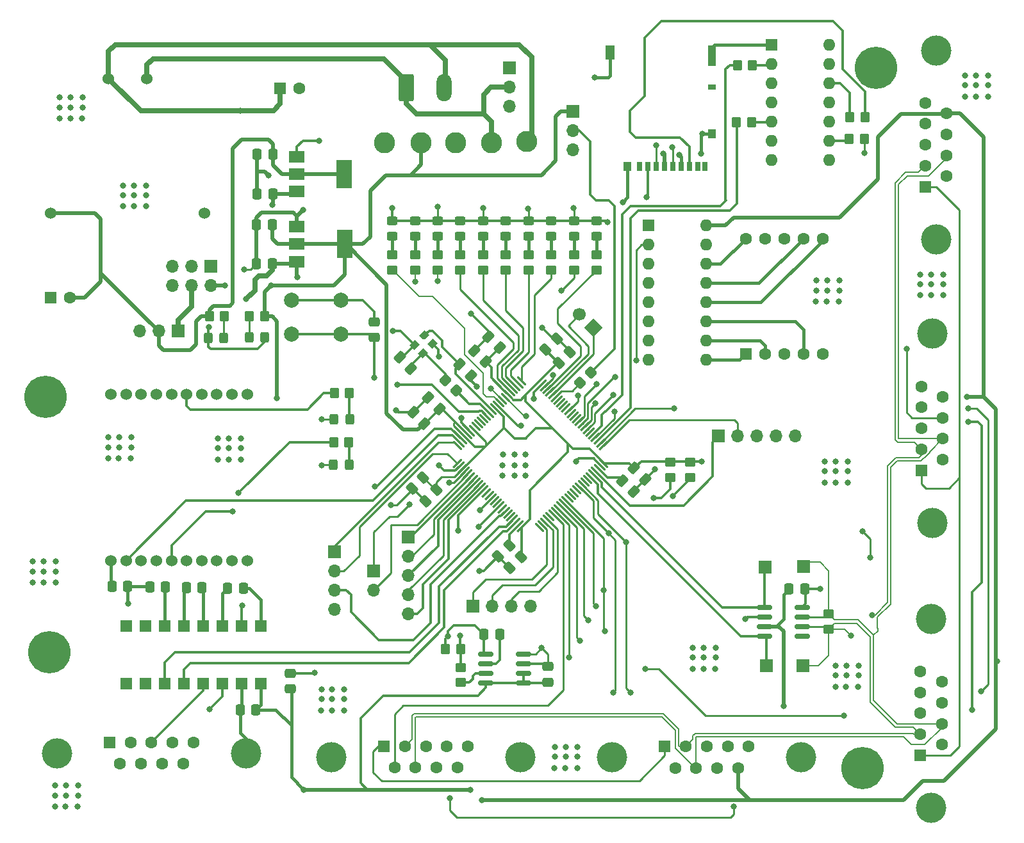
<source format=gbr>
%TF.GenerationSoftware,KiCad,Pcbnew,6.0.11-2627ca5db0~126~ubuntu20.04.1*%
%TF.CreationDate,2023-05-10T16:13:10+05:30*%
%TF.ProjectId,MVCU_F407,4d564355-5f46-4343-9037-2e6b69636164,rev?*%
%TF.SameCoordinates,Original*%
%TF.FileFunction,Copper,L1,Top*%
%TF.FilePolarity,Positive*%
%FSLAX46Y46*%
G04 Gerber Fmt 4.6, Leading zero omitted, Abs format (unit mm)*
G04 Created by KiCad (PCBNEW 6.0.11-2627ca5db0~126~ubuntu20.04.1) date 2023-05-10 16:13:10*
%MOMM*%
%LPD*%
G01*
G04 APERTURE LIST*
G04 Aperture macros list*
%AMRoundRect*
0 Rectangle with rounded corners*
0 $1 Rounding radius*
0 $2 $3 $4 $5 $6 $7 $8 $9 X,Y pos of 4 corners*
0 Add a 4 corners polygon primitive as box body*
4,1,4,$2,$3,$4,$5,$6,$7,$8,$9,$2,$3,0*
0 Add four circle primitives for the rounded corners*
1,1,$1+$1,$2,$3*
1,1,$1+$1,$4,$5*
1,1,$1+$1,$6,$7*
1,1,$1+$1,$8,$9*
0 Add four rect primitives between the rounded corners*
20,1,$1+$1,$2,$3,$4,$5,0*
20,1,$1+$1,$4,$5,$6,$7,0*
20,1,$1+$1,$6,$7,$8,$9,0*
20,1,$1+$1,$8,$9,$2,$3,0*%
%AMHorizOval*
0 Thick line with rounded ends*
0 $1 width*
0 $2 $3 position (X,Y) of the first rounded end (center of the circle)*
0 $4 $5 position (X,Y) of the second rounded end (center of the circle)*
0 Add line between two ends*
20,1,$1,$2,$3,$4,$5,0*
0 Add two circle primitives to create the rounded ends*
1,1,$1,$2,$3*
1,1,$1,$4,$5*%
%AMRotRect*
0 Rectangle, with rotation*
0 The origin of the aperture is its center*
0 $1 length*
0 $2 width*
0 $3 Rotation angle, in degrees counterclockwise*
0 Add horizontal line*
21,1,$1,$2,0,0,$3*%
%AMOutline5P*
0 Free polygon, 5 corners , with rotation*
0 The origin of the aperture is its center*
0 number of corners: always 5*
0 $1 to $10 corner X, Y*
0 $11 Rotation angle, in degrees counterclockwise*
0 create outline with 5 corners*
4,1,5,$1,$2,$3,$4,$5,$6,$7,$8,$9,$10,$1,$2,$11*%
%AMOutline6P*
0 Free polygon, 6 corners , with rotation*
0 The origin of the aperture is its center*
0 number of corners: always 6*
0 $1 to $12 corner X, Y*
0 $13 Rotation angle, in degrees counterclockwise*
0 create outline with 6 corners*
4,1,6,$1,$2,$3,$4,$5,$6,$7,$8,$9,$10,$11,$12,$1,$2,$13*%
%AMOutline7P*
0 Free polygon, 7 corners , with rotation*
0 The origin of the aperture is its center*
0 number of corners: always 7*
0 $1 to $14 corner X, Y*
0 $15 Rotation angle, in degrees counterclockwise*
0 create outline with 7 corners*
4,1,7,$1,$2,$3,$4,$5,$6,$7,$8,$9,$10,$11,$12,$13,$14,$1,$2,$15*%
%AMOutline8P*
0 Free polygon, 8 corners , with rotation*
0 The origin of the aperture is its center*
0 number of corners: always 8*
0 $1 to $16 corner X, Y*
0 $17 Rotation angle, in degrees counterclockwise*
0 create outline with 8 corners*
4,1,8,$1,$2,$3,$4,$5,$6,$7,$8,$9,$10,$11,$12,$13,$14,$15,$16,$1,$2,$17*%
G04 Aperture macros list end*
%TA.AperFunction,SMDPad,CuDef*%
%ADD10RoundRect,0.250000X-0.450000X0.325000X-0.450000X-0.325000X0.450000X-0.325000X0.450000X0.325000X0*%
%TD*%
%TA.AperFunction,SMDPad,CuDef*%
%ADD11RoundRect,0.250000X-0.450000X0.350000X-0.450000X-0.350000X0.450000X-0.350000X0.450000X0.350000X0*%
%TD*%
%TA.AperFunction,SMDPad,CuDef*%
%ADD12RoundRect,0.250000X0.325000X0.450000X-0.325000X0.450000X-0.325000X-0.450000X0.325000X-0.450000X0*%
%TD*%
%TA.AperFunction,ComponentPad*%
%ADD13R,1.600000X1.600000*%
%TD*%
%TA.AperFunction,ComponentPad*%
%ADD14O,1.600000X1.600000*%
%TD*%
%TA.AperFunction,SMDPad,CuDef*%
%ADD15RoundRect,0.250000X-0.070711X0.565685X-0.565685X0.070711X0.070711X-0.565685X0.565685X-0.070711X0*%
%TD*%
%TA.AperFunction,SMDPad,CuDef*%
%ADD16RoundRect,0.250000X0.574524X0.097227X0.097227X0.574524X-0.574524X-0.097227X-0.097227X-0.574524X0*%
%TD*%
%TA.AperFunction,ComponentPad*%
%ADD17C,2.800000*%
%TD*%
%TA.AperFunction,SMDPad,CuDef*%
%ADD18RoundRect,0.250000X-0.350000X-0.450000X0.350000X-0.450000X0.350000X0.450000X-0.350000X0.450000X0*%
%TD*%
%TA.AperFunction,ComponentPad*%
%ADD19C,4.000000*%
%TD*%
%TA.AperFunction,ComponentPad*%
%ADD20C,1.600000*%
%TD*%
%TA.AperFunction,SMDPad,CuDef*%
%ADD21RoundRect,0.250000X-0.325000X-0.450000X0.325000X-0.450000X0.325000X0.450000X-0.325000X0.450000X0*%
%TD*%
%TA.AperFunction,SMDPad,CuDef*%
%ADD22RoundRect,0.250000X-0.097227X0.574524X-0.574524X0.097227X0.097227X-0.574524X0.574524X-0.097227X0*%
%TD*%
%TA.AperFunction,SMDPad,CuDef*%
%ADD23RoundRect,0.250000X0.350000X0.450000X-0.350000X0.450000X-0.350000X-0.450000X0.350000X-0.450000X0*%
%TD*%
%TA.AperFunction,ComponentPad*%
%ADD24C,1.524000*%
%TD*%
%TA.AperFunction,SMDPad,CuDef*%
%ADD25RoundRect,0.250000X0.337500X0.475000X-0.337500X0.475000X-0.337500X-0.475000X0.337500X-0.475000X0*%
%TD*%
%TA.AperFunction,SMDPad,CuDef*%
%ADD26RoundRect,0.250000X-0.337500X-0.475000X0.337500X-0.475000X0.337500X0.475000X-0.337500X0.475000X0*%
%TD*%
%TA.AperFunction,ComponentPad*%
%ADD27C,5.600000*%
%TD*%
%TA.AperFunction,ComponentPad*%
%ADD28R,1.700000X1.700000*%
%TD*%
%TA.AperFunction,ComponentPad*%
%ADD29O,1.700000X1.700000*%
%TD*%
%TA.AperFunction,SMDPad,CuDef*%
%ADD30R,2.000000X1.500000*%
%TD*%
%TA.AperFunction,SMDPad,CuDef*%
%ADD31R,2.000000X3.800000*%
%TD*%
%TA.AperFunction,SMDPad,CuDef*%
%ADD32R,1.600000X1.600000*%
%TD*%
%TA.AperFunction,SMDPad,CuDef*%
%ADD33R,0.700000X1.200000*%
%TD*%
%TA.AperFunction,SMDPad,CuDef*%
%ADD34R,1.000000X0.800000*%
%TD*%
%TA.AperFunction,SMDPad,CuDef*%
%ADD35R,1.300000X1.900000*%
%TD*%
%TA.AperFunction,SMDPad,CuDef*%
%ADD36R,1.000000X1.200000*%
%TD*%
%TA.AperFunction,SMDPad,CuDef*%
%ADD37R,1.000000X2.800000*%
%TD*%
%TA.AperFunction,SMDPad,CuDef*%
%ADD38RoundRect,0.250000X0.097227X-0.574524X0.574524X-0.097227X-0.097227X0.574524X-0.574524X0.097227X0*%
%TD*%
%TA.AperFunction,SMDPad,CuDef*%
%ADD39RoundRect,0.250000X0.475000X-0.337500X0.475000X0.337500X-0.475000X0.337500X-0.475000X-0.337500X0*%
%TD*%
%TA.AperFunction,ComponentPad*%
%ADD40RoundRect,0.250000X-0.750000X-1.550000X0.750000X-1.550000X0.750000X1.550000X-0.750000X1.550000X0*%
%TD*%
%TA.AperFunction,ComponentPad*%
%ADD41O,2.000000X3.600000*%
%TD*%
%TA.AperFunction,SMDPad,CuDef*%
%ADD42RoundRect,0.250000X-0.574524X-0.097227X-0.097227X-0.574524X0.574524X0.097227X0.097227X0.574524X0*%
%TD*%
%TA.AperFunction,SMDPad,CuDef*%
%ADD43RoundRect,0.250000X0.565685X0.070711X0.070711X0.565685X-0.565685X-0.070711X-0.070711X-0.565685X0*%
%TD*%
%TA.AperFunction,SMDPad,CuDef*%
%ADD44Outline5P,-0.500000X0.450000X0.230000X0.450000X0.500000X0.180000X0.500000X-0.450000X-0.500000X-0.450000X225.000000*%
%TD*%
%TA.AperFunction,SMDPad,CuDef*%
%ADD45RotRect,1.000000X0.900000X225.000000*%
%TD*%
%TA.AperFunction,SMDPad,CuDef*%
%ADD46RoundRect,0.075000X-0.565685X0.459619X0.459619X-0.565685X0.565685X-0.459619X-0.459619X0.565685X0*%
%TD*%
%TA.AperFunction,SMDPad,CuDef*%
%ADD47RoundRect,0.075000X-0.565685X-0.459619X-0.459619X-0.565685X0.565685X0.459619X0.459619X0.565685X0*%
%TD*%
%TA.AperFunction,ComponentPad*%
%ADD48C,2.000000*%
%TD*%
%TA.AperFunction,ComponentPad*%
%ADD49RotRect,1.700000X1.700000X225.000000*%
%TD*%
%TA.AperFunction,ComponentPad*%
%ADD50HorizOval,1.700000X0.000000X0.000000X0.000000X0.000000X0*%
%TD*%
%TA.AperFunction,SMDPad,CuDef*%
%ADD51RoundRect,0.150000X-0.825000X-0.150000X0.825000X-0.150000X0.825000X0.150000X-0.825000X0.150000X0*%
%TD*%
%TA.AperFunction,SMDPad,CuDef*%
%ADD52RoundRect,0.150000X0.825000X0.150000X-0.825000X0.150000X-0.825000X-0.150000X0.825000X-0.150000X0*%
%TD*%
%TA.AperFunction,SMDPad,CuDef*%
%ADD53RoundRect,0.250000X0.450000X-0.350000X0.450000X0.350000X-0.450000X0.350000X-0.450000X-0.350000X0*%
%TD*%
%TA.AperFunction,ViaPad*%
%ADD54C,0.800000*%
%TD*%
%TA.AperFunction,Conductor*%
%ADD55C,0.300000*%
%TD*%
%TA.AperFunction,Conductor*%
%ADD56C,0.500000*%
%TD*%
%TA.AperFunction,Conductor*%
%ADD57C,0.400000*%
%TD*%
%TA.AperFunction,Conductor*%
%ADD58C,0.250000*%
%TD*%
%TA.AperFunction,Conductor*%
%ADD59C,0.700000*%
%TD*%
%TA.AperFunction,Conductor*%
%ADD60C,0.200000*%
%TD*%
G04 APERTURE END LIST*
D10*
%TO.P,D5,1,K*%
%TO.N,GND*%
X127275000Y-61675000D03*
%TO.P,D5,2,A*%
%TO.N,Net-(D5-Pad2)*%
X127275000Y-63725000D03*
%TD*%
D11*
%TO.P,R17,1*%
%TO.N,Net-(D9-Pad2)*%
X115275000Y-66200000D03*
%TO.P,R17,2*%
%TO.N,/C14*%
X115275000Y-68200000D03*
%TD*%
D12*
%TO.P,D11,1,K*%
%TO.N,GND*%
X95425000Y-77150000D03*
%TO.P,D11,2,A*%
%TO.N,Net-(D11-Pad2)*%
X93375000Y-77150000D03*
%TD*%
D13*
%TO.P,U1,1*%
%TO.N,GND*%
X162371000Y-38394000D03*
D14*
%TO.P,U1,2*%
%TO.N,Net-(R2-Pad1)*%
X162371000Y-40934000D03*
%TO.P,U1,3*%
%TO.N,/DI_LLS*%
X162371000Y-43474000D03*
%TO.P,U1,4*%
%TO.N,GND*%
X162371000Y-46014000D03*
%TO.P,U1,5*%
%TO.N,Net-(R4-Pad1)*%
X162371000Y-48554000D03*
%TO.P,U1,6*%
%TO.N,/SCK_LLS*%
X162371000Y-51094000D03*
%TO.P,U1,7,GND*%
%TO.N,GND*%
X162371000Y-53634000D03*
%TO.P,U1,8*%
%TO.N,/CS_LLS*%
X169991000Y-53634000D03*
%TO.P,U1,9*%
%TO.N,Net-(R5-Pad1)*%
X169991000Y-51094000D03*
%TO.P,U1,10*%
%TO.N,GND*%
X169991000Y-48554000D03*
%TO.P,U1,11*%
%TO.N,/SD_MISO*%
X169991000Y-46014000D03*
%TO.P,U1,12*%
%TO.N,Net-(R6-Pad1)*%
X169991000Y-43474000D03*
%TO.P,U1,13*%
%TO.N,GND*%
X169991000Y-40934000D03*
%TO.P,U1,14,VCC*%
%TO.N,+3.3V*%
X169991000Y-38394000D03*
%TD*%
D15*
%TO.P,R1,1*%
%TO.N,Net-(J1-Pad2)*%
X138508107Y-81757893D03*
%TO.P,R1,2*%
%TO.N,/BOOT0*%
X137093893Y-83172107D03*
%TD*%
D16*
%TO.P,C13,1*%
%TO.N,+3.3V*%
X124601139Y-80358353D03*
%TO.P,C13,2*%
%TO.N,GND*%
X123133893Y-78891107D03*
%TD*%
D17*
%TO.P,+Vin,1,1*%
%TO.N,/mornsun_Vin*%
X130054000Y-51223000D03*
%TD*%
D18*
%TO.P,R5,1*%
%TO.N,Net-(R5-Pad1)*%
X172671000Y-50919000D03*
%TO.P,R5,2*%
%TO.N,/SD_CS*%
X174671000Y-50919000D03*
%TD*%
D17*
%TO.P,-Vin,1,1*%
%TO.N,/mornsun_minus*%
X125355000Y-51350000D03*
%TD*%
D10*
%TO.P,D2,1,K*%
%TO.N,GND*%
X136275000Y-61675000D03*
%TO.P,D2,2,A*%
%TO.N,Net-(D2-Pad2)*%
X136275000Y-63725000D03*
%TD*%
D19*
%TO.P,J6,0,PAD*%
%TO.N,GND*%
X183606107Y-76656893D03*
X183606107Y-101656893D03*
D13*
%TO.P,J6,1,1*%
%TO.N,/MVCU_HBT*%
X182186107Y-94696893D03*
D20*
%TO.P,J6,2,2*%
%TO.N,/CAN_N*%
X182186107Y-91926893D03*
%TO.P,J6,3,3*%
%TO.N,GND*%
X182186107Y-89156893D03*
%TO.P,J6,4,4*%
%TO.N,/I2C3_SCL*%
X182186107Y-86386893D03*
%TO.P,J6,5,5*%
%TO.N,GND*%
X182186107Y-83616893D03*
%TO.P,J6,6,6*%
%TO.N,/VCU2_HBT*%
X185026107Y-93311893D03*
%TO.P,J6,7,7*%
%TO.N,/CAN_P*%
X185026107Y-90541893D03*
%TO.P,J6,8,8*%
%TO.N,/I2C_SDA*%
X185026107Y-87771893D03*
%TO.P,J6,9,9*%
%TO.N,+5V*%
X185026107Y-85001893D03*
%TD*%
D11*
%TO.P,R12,1*%
%TO.N,Net-(D4-Pad2)*%
X130275000Y-66200000D03*
%TO.P,R12,2*%
%TO.N,/E3*%
X130275000Y-68200000D03*
%TD*%
D18*
%TO.P,R19,1*%
%TO.N,Net-(D11-Pad2)*%
X93400000Y-74350000D03*
%TO.P,R19,2*%
%TO.N,+3.3V*%
X95400000Y-74350000D03*
%TD*%
D21*
%TO.P,D13,1,K*%
%TO.N,GND*%
X104509000Y-93985500D03*
%TO.P,D13,2,A*%
%TO.N,Net-(D13-Pad2)*%
X106559000Y-93985500D03*
%TD*%
D22*
%TO.P,C6,1*%
%TO.N,+3.3V*%
X129246406Y-106156754D03*
%TO.P,C6,2*%
%TO.N,GND*%
X127779160Y-107624000D03*
%TD*%
D23*
%TO.P,R22,1*%
%TO.N,Net-(D13-Pad2)*%
X106534000Y-90985500D03*
%TO.P,R22,2*%
%TO.N,/RSSI*%
X104534000Y-90985500D03*
%TD*%
D24*
%TO.P,U9,1,1*%
%TO.N,+3.3V*%
X75100660Y-106648200D03*
%TO.P,U9,2,2*%
%TO.N,/Xbee_Tx*%
X77102180Y-106648200D03*
%TO.P,U9,3,3*%
%TO.N,/Xbee_Rx*%
X79101160Y-106648200D03*
%TO.P,U9,4,4*%
%TO.N,unconnected-(U9-Pad4)*%
X81102680Y-106648200D03*
%TO.P,U9,5,5*%
%TO.N,/RST*%
X83101660Y-106648200D03*
%TO.P,U9,6,6*%
%TO.N,/RSSI*%
X85100640Y-106648200D03*
%TO.P,U9,7,7*%
%TO.N,unconnected-(U9-Pad7)*%
X87102160Y-106648200D03*
%TO.P,U9,8,8*%
%TO.N,unconnected-(U9-Pad8)*%
X89101140Y-106648200D03*
%TO.P,U9,9,9*%
%TO.N,unconnected-(U9-Pad9)*%
X91102660Y-106648200D03*
%TO.P,U9,10,10*%
%TO.N,GND*%
X93101640Y-106648200D03*
%TO.P,U9,11,11*%
%TO.N,unconnected-(U9-Pad11)*%
X93101640Y-84651800D03*
%TO.P,U9,12,12*%
%TO.N,unconnected-(U9-Pad12)*%
X91102660Y-84651800D03*
%TO.P,U9,13,13*%
%TO.N,unconnected-(U9-Pad13)*%
X89101140Y-84651800D03*
%TO.P,U9,14,14*%
%TO.N,unconnected-(U9-Pad14)*%
X87102160Y-84651800D03*
%TO.P,U9,15,15*%
%TO.N,Net-(R23-Pad2)*%
X85100640Y-84651800D03*
%TO.P,U9,16,16*%
%TO.N,unconnected-(U9-Pad16)*%
X83101660Y-84651800D03*
%TO.P,U9,17,17*%
%TO.N,unconnected-(U9-Pad17)*%
X81102680Y-84651800D03*
%TO.P,U9,18,18*%
%TO.N,unconnected-(U9-Pad18)*%
X79101160Y-84651800D03*
%TO.P,U9,19,19*%
%TO.N,unconnected-(U9-Pad19)*%
X77102180Y-84651800D03*
%TO.P,U9,20,20*%
%TO.N,unconnected-(U9-Pad20)*%
X75100660Y-84651800D03*
%TD*%
D11*
%TO.P,R11,1*%
%TO.N,Net-(D3-Pad2)*%
X133275000Y-66200000D03*
%TO.P,R11,2*%
%TO.N,/E2*%
X133275000Y-68200000D03*
%TD*%
D13*
%TO.P,U10,1,E*%
%TO.N,Net-(U10-Pad1)*%
X158995000Y-79300000D03*
D20*
%TO.P,U10,2,D*%
%TO.N,Net-(U10-Pad2)*%
X161535000Y-79300000D03*
%TO.P,U10,3,CC*%
%TO.N,GND*%
X164075000Y-79300000D03*
%TO.P,U10,4,C*%
%TO.N,Net-(U10-Pad4)*%
X166615000Y-79300000D03*
%TO.P,U10,5,DP*%
%TO.N,unconnected-(U10-Pad5)*%
X169155000Y-79300000D03*
%TO.P,U10,6,B*%
%TO.N,Net-(U10-Pad6)*%
X169155000Y-64060000D03*
%TO.P,U10,7,A*%
%TO.N,Net-(U10-Pad7)*%
X166615000Y-64060000D03*
%TO.P,U10,8,CC*%
%TO.N,GND*%
X164075000Y-64060000D03*
%TO.P,U10,9,F*%
%TO.N,Net-(U10-Pad9)*%
X161535000Y-64060000D03*
%TO.P,U10,10,G*%
%TO.N,Net-(U10-Pad10)*%
X158995000Y-64060000D03*
%TD*%
D25*
%TO.P,C26,1*%
%TO.N,Net-(C26-Pad1)*%
X96512500Y-52950000D03*
%TO.P,C26,2*%
%TO.N,GND*%
X94437500Y-52950000D03*
%TD*%
D11*
%TO.P,R18,1*%
%TO.N,Net-(D10-Pad2)*%
X112275000Y-66200000D03*
%TO.P,R18,2*%
%TO.N,/C15*%
X112275000Y-68200000D03*
%TD*%
D26*
%TO.P,C19,1*%
%TO.N,Net-(C19-Pad1)*%
X85074500Y-110200000D03*
%TO.P,C19,2*%
%TO.N,Net-(C19-Pad2)*%
X87149500Y-110200000D03*
%TD*%
D25*
%TO.P,C23,1*%
%TO.N,/mornsun_Vin*%
X96512500Y-58150000D03*
%TO.P,C23,2*%
%TO.N,GND*%
X94437500Y-58150000D03*
%TD*%
D26*
%TO.P,C25,1*%
%TO.N,+5V*%
X164701500Y-110399500D03*
%TO.P,C25,2*%
%TO.N,GND*%
X166776500Y-110399500D03*
%TD*%
D10*
%TO.P,D3,1,K*%
%TO.N,GND*%
X133275000Y-61675000D03*
%TO.P,D3,2,A*%
%TO.N,Net-(D3-Pad2)*%
X133275000Y-63725000D03*
%TD*%
D27*
%TO.P,H4,1,1*%
%TO.N,GND*%
X176155000Y-41444000D03*
%TD*%
D16*
%TO.P,C10,1*%
%TO.N,GND*%
X144161730Y-97541516D03*
%TO.P,C10,2*%
%TO.N,Net-(C10-Pad2)*%
X142694484Y-96074270D03*
%TD*%
D27*
%TO.P,H2,1,1*%
%TO.N,GND*%
X66932107Y-118792893D03*
%TD*%
D16*
%TO.P,C2,1*%
%TO.N,+3.3V*%
X126469623Y-78499623D03*
%TO.P,C2,2*%
%TO.N,GND*%
X125002377Y-77032377D03*
%TD*%
D23*
%TO.P,R4,1*%
%TO.N,Net-(R4-Pad1)*%
X159771000Y-48719000D03*
%TO.P,R4,2*%
%TO.N,/SD_SCK*%
X157771000Y-48719000D03*
%TD*%
%TO.P,R2,1*%
%TO.N,Net-(R2-Pad1)*%
X159871000Y-41119000D03*
%TO.P,R2,2*%
%TO.N,/SD_MOSI*%
X157871000Y-41119000D03*
%TD*%
D28*
%TO.P,J2,1,Pin_1*%
%TO.N,/ADC_in6*%
X114425000Y-103525000D03*
D29*
%TO.P,J2,2,Pin_2*%
%TO.N,/ADC_in7*%
X114425000Y-106065000D03*
%TO.P,J2,3,Pin_3*%
%TO.N,/ADC_in14*%
X114425000Y-108605000D03*
%TO.P,J2,4,Pin_4*%
%TO.N,/ADC_in15*%
X114425000Y-111145000D03*
%TO.P,J2,5,Pin_5*%
%TO.N,/ADC_in8*%
X114425000Y-113685000D03*
%TD*%
D19*
%TO.P,J7,0,PAD*%
%TO.N,GND*%
X104222107Y-132632562D03*
X129222107Y-132632562D03*
D13*
%TO.P,J7,1,1*%
%TO.N,/MVCU_HBT*%
X111182107Y-131212562D03*
D20*
%TO.P,J7,2,2*%
%TO.N,/CAN_N*%
X113952107Y-131212562D03*
%TO.P,J7,3,3*%
%TO.N,GND*%
X116722107Y-131212562D03*
%TO.P,J7,4,4*%
%TO.N,/I2C3_SCL*%
X119492107Y-131212562D03*
%TO.P,J7,5,5*%
%TO.N,GND*%
X122262107Y-131212562D03*
%TO.P,J7,6,6*%
%TO.N,/VCU5_HBT*%
X112567107Y-134052562D03*
%TO.P,J7,7,7*%
%TO.N,/CAN_P*%
X115337107Y-134052562D03*
%TO.P,J7,8,8*%
%TO.N,/I2C_SDA*%
X118107107Y-134052562D03*
%TO.P,J7,9,9*%
%TO.N,+5V*%
X120877107Y-134052562D03*
%TD*%
D10*
%TO.P,D6,1,K*%
%TO.N,GND*%
X124275000Y-61675000D03*
%TO.P,D6,2,A*%
%TO.N,Net-(D6-Pad2)*%
X124275000Y-63725000D03*
%TD*%
D25*
%TO.P,C17,1*%
%TO.N,+5V*%
X96412500Y-67350000D03*
%TO.P,C17,2*%
%TO.N,GND*%
X94337500Y-67350000D03*
%TD*%
D30*
%TO.P,U6,1,GND*%
%TO.N,GND*%
X99625000Y-53250000D03*
%TO.P,U6,2,VO*%
%TO.N,Net-(C26-Pad1)*%
X99625000Y-55550000D03*
D31*
X105925000Y-55550000D03*
D30*
%TO.P,U6,3,VI*%
%TO.N,/mornsun_Vin*%
X99625000Y-57850000D03*
%TD*%
D11*
%TO.P,R7,1*%
%TO.N,+3.3V*%
X148977000Y-93657000D03*
%TO.P,R7,2*%
%TO.N,/I2C_SDA*%
X148977000Y-95657000D03*
%TD*%
%TO.P,R13,1*%
%TO.N,Net-(D5-Pad2)*%
X127275000Y-66200000D03*
%TO.P,R13,2*%
%TO.N,/E4*%
X127275000Y-68200000D03*
%TD*%
D19*
%TO.P,J11,0,PAD*%
%TO.N,GND*%
X184125776Y-39156893D03*
X184125776Y-64156893D03*
D13*
%TO.P,J11,1,1*%
%TO.N,/MVCU_HBT*%
X182705776Y-57196893D03*
D20*
%TO.P,J11,2,2*%
%TO.N,/CAN_N*%
X182705776Y-54426893D03*
%TO.P,J11,3,3*%
%TO.N,GND*%
X182705776Y-51656893D03*
%TO.P,J11,4,4*%
%TO.N,/I2C3_SCL*%
X182705776Y-48886893D03*
%TO.P,J11,5,5*%
%TO.N,GND*%
X182705776Y-46116893D03*
%TO.P,J11,6,6*%
%TO.N,/VCU1_HBT*%
X185545776Y-55811893D03*
%TO.P,J11,7,7*%
%TO.N,/CAN_P*%
X185545776Y-53041893D03*
%TO.P,J11,8,8*%
%TO.N,/I2C_SDA*%
X185545776Y-50271893D03*
%TO.P,J11,9,9*%
%TO.N,+5V*%
X185545776Y-47501893D03*
%TD*%
D28*
%TO.P,J20,1,Pin_1*%
%TO.N,/CAN_Rx*%
X161677000Y-120565000D03*
%TD*%
%TO.P,J13,1,Pin_1*%
%TO.N,/SWDIO*%
X155400000Y-90200000D03*
D29*
%TO.P,J13,2,Pin_2*%
%TO.N,/SWCLK*%
X157940000Y-90200000D03*
%TO.P,J13,3,Pin_3*%
%TO.N,/SWo*%
X160480000Y-90200000D03*
%TO.P,J13,4,Pin_4*%
%TO.N,+3.3V*%
X163020000Y-90200000D03*
%TO.P,J13,5,Pin_5*%
%TO.N,GND*%
X165560000Y-90200000D03*
%TD*%
D32*
%TO.P,U3,1,C1+*%
%TO.N,Net-(C16-Pad2)*%
X94922107Y-115282893D03*
%TO.P,U3,2,VS+*%
%TO.N,Net-(C21-Pad2)*%
X92382107Y-115282893D03*
%TO.P,U3,3,C1-*%
%TO.N,Net-(C16-Pad1)*%
X89842107Y-115282893D03*
%TO.P,U3,4,C2+*%
%TO.N,Net-(C19-Pad2)*%
X87302107Y-115282893D03*
%TO.P,U3,5,C2-*%
%TO.N,Net-(C19-Pad1)*%
X84762107Y-115282893D03*
%TO.P,U3,6,VS-*%
%TO.N,Net-(C22-Pad2)*%
X82222107Y-115282893D03*
%TO.P,U3,7,T2OUT*%
%TO.N,unconnected-(U3-Pad7)*%
X79682107Y-115282893D03*
%TO.P,U3,8,R2IN*%
%TO.N,unconnected-(U3-Pad8)*%
X77142107Y-115282893D03*
%TO.P,U3,9,R2OUT*%
%TO.N,unconnected-(U3-Pad9)*%
X77142107Y-122902893D03*
%TO.P,U3,10,T2IN*%
%TO.N,unconnected-(U3-Pad10)*%
X79682107Y-122902893D03*
%TO.P,U3,11,T1IN*%
%TO.N,/IMU_Tx*%
X82222107Y-122902893D03*
%TO.P,U3,12,R1OUT*%
%TO.N,/IMU_Rx*%
X84762107Y-122902893D03*
%TO.P,U3,13,R1IN*%
%TO.N,/Tx*%
X87302107Y-122902893D03*
%TO.P,U3,14,T1OUT*%
%TO.N,/Rx*%
X89842107Y-122902893D03*
%TO.P,U3,15,GND*%
%TO.N,GND*%
X92382107Y-122902893D03*
%TO.P,U3,16,VCC*%
%TO.N,+5V*%
X94922107Y-122902893D03*
%TD*%
D28*
%TO.P,J16,1,Pin_1*%
%TO.N,GND*%
X127768000Y-41459000D03*
D29*
%TO.P,J16,2,Pin_2*%
%TO.N,/mornsun_minus*%
X127768000Y-43999000D03*
%TO.P,J16,3,Pin_3*%
%TO.N,unconnected-(J16-Pad3)*%
X127768000Y-46539000D03*
%TD*%
D28*
%TO.P,J10,1,Pin_1*%
%TO.N,/USART2_Tx*%
X104625000Y-105500000D03*
D29*
%TO.P,J10,2,Pin_2*%
%TO.N,/USART2_Rx*%
X104625000Y-108040000D03*
%TO.P,J10,3,Pin_3*%
%TO.N,/gpio*%
X104625000Y-110580000D03*
%TO.P,J10,4,Pin_4*%
%TO.N,GND*%
X104625000Y-113120000D03*
%TD*%
D33*
%TO.P,J3,1,DAT2*%
%TO.N,unconnected-(J3-Pad1)*%
X144926000Y-54509000D03*
%TO.P,J3,2,DAT3/CD*%
%TO.N,/CS_LLS*%
X146026000Y-54509000D03*
%TO.P,J3,3,CMD*%
%TO.N,/DI_LLS*%
X147126000Y-54509000D03*
%TO.P,J3,4,VDD*%
%TO.N,+3.3V*%
X148226000Y-54509000D03*
%TO.P,J3,5,CLK*%
%TO.N,/SCK_LLS*%
X149326000Y-54509000D03*
%TO.P,J3,6,VSS*%
%TO.N,GND*%
X150426000Y-54509000D03*
%TO.P,J3,7,DAT0*%
%TO.N,/DO_LLS*%
X151526000Y-54509000D03*
%TO.P,J3,8,DAT1*%
%TO.N,unconnected-(J3-Pad8)*%
X152626000Y-54509000D03*
%TO.P,J3,9,DET_B*%
%TO.N,unconnected-(J3-Pad9)*%
X153576000Y-54509000D03*
D34*
%TO.P,J3,10,DET_A*%
%TO.N,unconnected-(J3-Pad10)*%
X154526000Y-44009000D03*
D35*
%TO.P,J3,11,SHIELD*%
%TO.N,GND*%
X141026000Y-39409000D03*
D36*
X143376000Y-54509000D03*
X154526000Y-50209000D03*
D37*
X154526000Y-39859000D03*
%TD*%
D38*
%TO.P,C7,1*%
%TO.N,GND*%
X126255160Y-106100000D03*
%TO.P,C7,2*%
%TO.N,Net-(C7-Pad2)*%
X127722406Y-104632754D03*
%TD*%
D19*
%TO.P,J12,0,PAD*%
%TO.N,GND*%
X183452669Y-139356893D03*
X183452669Y-114356893D03*
D13*
%TO.P,J12,1,1*%
%TO.N,/MVCU_HBT*%
X182032669Y-132396893D03*
D20*
%TO.P,J12,2,2*%
%TO.N,/CAN_N*%
X182032669Y-129626893D03*
%TO.P,J12,3,3*%
%TO.N,GND*%
X182032669Y-126856893D03*
%TO.P,J12,4,4*%
%TO.N,/I2C3_SCL*%
X182032669Y-124086893D03*
%TO.P,J12,5,5*%
%TO.N,GND*%
X182032669Y-121316893D03*
%TO.P,J12,6,6*%
%TO.N,/VCU3_HBT*%
X184872669Y-131011893D03*
%TO.P,J12,7,7*%
%TO.N,/CAN_P*%
X184872669Y-128241893D03*
%TO.P,J12,8,8*%
%TO.N,/I2C_SDA*%
X184872669Y-125471893D03*
%TO.P,J12,9,9*%
%TO.N,+5V*%
X184872669Y-122701893D03*
%TD*%
D25*
%TO.P,C18,1*%
%TO.N,+5V*%
X94269607Y-126392893D03*
%TO.P,C18,2*%
%TO.N,GND*%
X92194607Y-126392893D03*
%TD*%
D26*
%TO.P,C22,1*%
%TO.N,GND*%
X80248500Y-110151000D03*
%TO.P,C22,2*%
%TO.N,Net-(C22-Pad2)*%
X82323500Y-110151000D03*
%TD*%
D28*
%TO.P,J21,1,Pin_1*%
%TO.N,/CAN_P*%
X166657000Y-107455000D03*
%TD*%
D11*
%TO.P,R16,1*%
%TO.N,Net-(D8-Pad2)*%
X118275000Y-66200000D03*
%TO.P,R16,2*%
%TO.N,/C13*%
X118275000Y-68200000D03*
%TD*%
D10*
%TO.P,D9,1,K*%
%TO.N,GND*%
X115275000Y-61675000D03*
%TO.P,D9,2,A*%
%TO.N,Net-(D9-Pad2)*%
X115275000Y-63725000D03*
%TD*%
D26*
%TO.P,C16,1*%
%TO.N,Net-(C16-Pad1)*%
X90535500Y-110278000D03*
%TO.P,C16,2*%
%TO.N,Net-(C16-Pad2)*%
X92610500Y-110278000D03*
%TD*%
D13*
%TO.P,U8,1,B*%
%TO.N,/display_b*%
X146105000Y-62327500D03*
D14*
%TO.P,U8,2,C*%
%TO.N,/display_c*%
X146105000Y-64867500D03*
%TO.P,U8,3,LT*%
%TO.N,Net-(J9-Pad2)*%
X146105000Y-67407500D03*
%TO.P,U8,4,BI*%
%TO.N,Net-(J9-Pad4)*%
X146105000Y-69947500D03*
%TO.P,U8,5,RBI*%
%TO.N,Net-(J9-Pad6)*%
X146105000Y-72487500D03*
%TO.P,U8,6,D*%
%TO.N,/display_d*%
X146105000Y-75027500D03*
%TO.P,U8,7,A*%
%TO.N,/display_a*%
X146105000Y-77567500D03*
%TO.P,U8,8,GND*%
%TO.N,GND*%
X146105000Y-80107500D03*
%TO.P,U8,9,e*%
%TO.N,Net-(U10-Pad1)*%
X153725000Y-80107500D03*
%TO.P,U8,10,d*%
%TO.N,Net-(U10-Pad2)*%
X153725000Y-77567500D03*
%TO.P,U8,11,c*%
%TO.N,Net-(U10-Pad4)*%
X153725000Y-75027500D03*
%TO.P,U8,12,b*%
%TO.N,Net-(U10-Pad6)*%
X153725000Y-72487500D03*
%TO.P,U8,13,a*%
%TO.N,Net-(U10-Pad7)*%
X153725000Y-69947500D03*
%TO.P,U8,14,g*%
%TO.N,Net-(U10-Pad10)*%
X153725000Y-67407500D03*
%TO.P,U8,15,f*%
%TO.N,Net-(U10-Pad9)*%
X153725000Y-64867500D03*
%TO.P,U8,16,VCC*%
%TO.N,+5V*%
X153725000Y-62327500D03*
%TD*%
D27*
%TO.P,H3,1,1*%
%TO.N,GND*%
X66475000Y-85000000D03*
%TD*%
D17*
%TO.P,+5V,1,1*%
%TO.N,+5V*%
X111258000Y-51350000D03*
%TD*%
D39*
%TO.P,C3,1*%
%TO.N,Net-(C3-Pad1)*%
X109861000Y-77152500D03*
%TO.P,C3,2*%
%TO.N,GND*%
X109861000Y-75077500D03*
%TD*%
D30*
%TO.P,U4,1,GND*%
%TO.N,GND*%
X99675000Y-62500000D03*
%TO.P,U4,2,VO*%
%TO.N,+3.3V*%
X99675000Y-64800000D03*
D31*
X105975000Y-64800000D03*
D30*
%TO.P,U4,3,VI*%
%TO.N,+5V*%
X99675000Y-67100000D03*
%TD*%
D10*
%TO.P,D4,1,K*%
%TO.N,GND*%
X130275000Y-61675000D03*
%TO.P,D4,2,A*%
%TO.N,Net-(D4-Pad2)*%
X130275000Y-63725000D03*
%TD*%
D40*
%TO.P,J5,1,Pin_1*%
%TO.N,/mornsun_minus*%
X114152107Y-44071500D03*
D41*
%TO.P,J5,2,Pin_2*%
%TO.N,/mornsun_Vin*%
X119152107Y-44071500D03*
%TD*%
D42*
%TO.P,C8,1*%
%TO.N,GND*%
X113291377Y-79766377D03*
%TO.P,C8,2*%
%TO.N,Net-(C8-Pad2)*%
X114758623Y-81233623D03*
%TD*%
D16*
%TO.P,C1,1*%
%TO.N,GND*%
X122659623Y-82182623D03*
%TO.P,C1,2*%
%TO.N,/HSE_IN*%
X121192377Y-80715377D03*
%TD*%
D22*
%TO.P,C14,1*%
%TO.N,+3.3V*%
X116358623Y-95666377D03*
%TO.P,C14,2*%
%TO.N,GND*%
X114891377Y-97133623D03*
%TD*%
D28*
%TO.P,J17,1,Pin_1*%
%TO.N,GND*%
X88275000Y-67750000D03*
D29*
%TO.P,J17,2,Pin_2*%
%TO.N,+3.3V*%
X88275000Y-70290000D03*
%TO.P,J17,3,Pin_3*%
%TO.N,GND*%
X85735000Y-67750000D03*
%TO.P,J17,4,Pin_4*%
%TO.N,+5V*%
X85735000Y-70290000D03*
%TO.P,J17,5,Pin_5*%
%TO.N,GND*%
X83195000Y-67750000D03*
%TO.P,J17,6,Pin_6*%
%TO.N,/mornsun_Vin*%
X83195000Y-70290000D03*
%TD*%
D11*
%TO.P,R20,1*%
%TO.N,/CAN_P*%
X169932000Y-113723000D03*
%TO.P,R20,2*%
%TO.N,/CAN_N*%
X169932000Y-115723000D03*
%TD*%
D39*
%TO.P,C21,1*%
%TO.N,+5V*%
X98812000Y-123613000D03*
%TO.P,C21,2*%
%TO.N,Net-(C21-Pad2)*%
X98812000Y-121538000D03*
%TD*%
D22*
%TO.P,C11,1*%
%TO.N,+3.3V*%
X118136623Y-97317377D03*
%TO.P,C11,2*%
%TO.N,GND*%
X116669377Y-98784623D03*
%TD*%
D28*
%TO.P,J22,1,Pin_1*%
%TO.N,/CAN_N*%
X166503000Y-120565000D03*
%TD*%
D10*
%TO.P,D1,1,K*%
%TO.N,GND*%
X139275000Y-61675000D03*
%TO.P,D1,2,A*%
%TO.N,Net-(D1-Pad2)*%
X139275000Y-63725000D03*
%TD*%
D26*
%TO.P,C28,1*%
%TO.N,+3.3V*%
X75237500Y-110100000D03*
%TO.P,C28,2*%
%TO.N,GND*%
X77312500Y-110100000D03*
%TD*%
D42*
%TO.P,C5,1*%
%TO.N,+3.3V*%
X144218484Y-94423270D03*
%TO.P,C5,2*%
%TO.N,GND*%
X145685730Y-95890516D03*
%TD*%
D19*
%TO.P,J4,0,PAD*%
%TO.N,GND*%
X67972107Y-132132562D03*
X92972107Y-132132562D03*
D13*
%TO.P,J4,1,1*%
%TO.N,unconnected-(J4-Pad1)*%
X74932107Y-130712562D03*
D20*
%TO.P,J4,2,2*%
%TO.N,/Rx*%
X77702107Y-130712562D03*
%TO.P,J4,3,3*%
%TO.N,/Tx*%
X80472107Y-130712562D03*
%TO.P,J4,4,4*%
%TO.N,unconnected-(J4-Pad4)*%
X83242107Y-130712562D03*
%TO.P,J4,5,5*%
%TO.N,GND*%
X86012107Y-130712562D03*
%TO.P,J4,6,6*%
%TO.N,unconnected-(J4-Pad6)*%
X76317107Y-133552562D03*
%TO.P,J4,7,7*%
%TO.N,unconnected-(J4-Pad7)*%
X79087107Y-133552562D03*
%TO.P,J4,8,8*%
%TO.N,unconnected-(J4-Pad8)*%
X81857107Y-133552562D03*
%TO.P,J4,9,9*%
%TO.N,unconnected-(J4-Pad9)*%
X84627107Y-133552562D03*
%TD*%
D28*
%TO.P,J14,1,Pin_1*%
%TO.N,/SPI2_SCK*%
X122925000Y-112700000D03*
D29*
%TO.P,J14,2,Pin_2*%
%TO.N,/SPI2_MISO*%
X125465000Y-112700000D03*
%TO.P,J14,3,Pin_3*%
%TO.N,/SPI2_MOSI*%
X128005000Y-112700000D03*
%TO.P,J14,4,Pin_4*%
%TO.N,GND*%
X130545000Y-112700000D03*
%TD*%
D23*
%TO.P,R25,1*%
%TO.N,/ADC_in9*%
X121325000Y-118400000D03*
%TO.P,R25,2*%
%TO.N,GND*%
X119325000Y-118400000D03*
%TD*%
D21*
%TO.P,D12,1,K*%
%TO.N,GND*%
X87975000Y-77200000D03*
%TO.P,D12,2,A*%
%TO.N,Net-(D12-Pad2)*%
X90025000Y-77200000D03*
%TD*%
D27*
%TO.P,H1,1,1*%
%TO.N,GND*%
X174425000Y-134100000D03*
%TD*%
D28*
%TO.P,J18,1,Pin_1*%
%TO.N,+5V*%
X83975000Y-76300000D03*
D29*
%TO.P,J18,2,Pin_2*%
%TO.N,Net-(C26-Pad1)*%
X81435000Y-76300000D03*
%TO.P,J18,3,Pin_3*%
%TO.N,unconnected-(J18-Pad3)*%
X78895000Y-76300000D03*
%TD*%
D17*
%TO.P,3V3,1,1*%
%TO.N,+3.3V*%
X116084000Y-51350000D03*
%TD*%
D25*
%TO.P,C20,1*%
%TO.N,+3.3V*%
X96412500Y-62200000D03*
%TO.P,C20,2*%
%TO.N,GND*%
X94337500Y-62200000D03*
%TD*%
D43*
%TO.P,R3,1*%
%TO.N,/HSE_OUT*%
X120728107Y-84188107D03*
%TO.P,R3,2*%
%TO.N,Net-(C8-Pad2)*%
X119313893Y-82773893D03*
%TD*%
D11*
%TO.P,R9,1*%
%TO.N,Net-(D1-Pad2)*%
X139275000Y-66200000D03*
%TO.P,R9,2*%
%TO.N,/E0*%
X139275000Y-68200000D03*
%TD*%
%TO.P,R14,1*%
%TO.N,Net-(D6-Pad2)*%
X124275000Y-66200000D03*
%TO.P,R14,2*%
%TO.N,/E5*%
X124275000Y-68200000D03*
%TD*%
D19*
%TO.P,J8,0,PAD*%
%TO.N,GND*%
X166322107Y-132682562D03*
X141322107Y-132682562D03*
D13*
%TO.P,J8,1,1*%
%TO.N,/MVCU_HBT*%
X148282107Y-131262562D03*
D20*
%TO.P,J8,2,2*%
%TO.N,/CAN_N*%
X151052107Y-131262562D03*
%TO.P,J8,3,3*%
%TO.N,GND*%
X153822107Y-131262562D03*
%TO.P,J8,4,4*%
%TO.N,/I2C3_SCL*%
X156592107Y-131262562D03*
%TO.P,J8,5,5*%
%TO.N,GND*%
X159362107Y-131262562D03*
%TO.P,J8,6,6*%
%TO.N,/VCU4_HBT*%
X149667107Y-134102562D03*
%TO.P,J8,7,7*%
%TO.N,/CAN_P*%
X152437107Y-134102562D03*
%TO.P,J8,8,8*%
%TO.N,/I2C_SDA*%
X155207107Y-134102562D03*
%TO.P,J8,9,9*%
%TO.N,+5V*%
X157977107Y-134102562D03*
%TD*%
D10*
%TO.P,D10,1,K*%
%TO.N,GND*%
X112275000Y-61675000D03*
%TO.P,D10,2,A*%
%TO.N,Net-(D10-Pad2)*%
X112275000Y-63725000D03*
%TD*%
D11*
%TO.P,R8,1*%
%TO.N,+3.3V*%
X151644000Y-93657000D03*
%TO.P,R8,2*%
%TO.N,/I2C3_SCL*%
X151644000Y-95657000D03*
%TD*%
D44*
%TO.P,Y1,1,1*%
%TO.N,/HSE_IN*%
X116513388Y-76880996D03*
D45*
%TO.P,Y1,2,2*%
%TO.N,GND*%
X115240596Y-78153788D03*
%TO.P,Y1,3,3*%
%TO.N,Net-(C8-Pad2)*%
X116336612Y-79249803D03*
%TO.P,Y1,4,4*%
%TO.N,GND*%
X117609404Y-77969940D03*
%TD*%
D21*
%TO.P,D14,1,K*%
%TO.N,GND*%
X104592786Y-87925714D03*
%TO.P,D14,2,A*%
%TO.N,Net-(D14-Pad2)*%
X106642786Y-87925714D03*
%TD*%
D46*
%TO.P,U2,1,PE2*%
%TO.N,/E2*%
X129347703Y-82923208D03*
%TO.P,U2,2,PE3*%
%TO.N,/E3*%
X128994150Y-83276761D03*
%TO.P,U2,3,PE4*%
%TO.N,/E4*%
X128640596Y-83630315D03*
%TO.P,U2,4,PE5*%
%TO.N,/E5*%
X128287043Y-83983868D03*
%TO.P,U2,5,PE6*%
%TO.N,/E6*%
X127933490Y-84337421D03*
%TO.P,U2,6,VBAT*%
%TO.N,+3.3V*%
X127579936Y-84690975D03*
%TO.P,U2,7,PC13*%
%TO.N,/C13*%
X127226383Y-85044528D03*
%TO.P,U2,8,PC14*%
%TO.N,/C14*%
X126872829Y-85398082D03*
%TO.P,U2,9,PC15*%
%TO.N,/C15*%
X126519276Y-85751635D03*
%TO.P,U2,10,VSS*%
%TO.N,GND*%
X126165723Y-86105188D03*
%TO.P,U2,11,VDD*%
%TO.N,+3.3V*%
X125812169Y-86458742D03*
%TO.P,U2,12,PH0*%
%TO.N,/HSE_IN*%
X125458616Y-86812295D03*
%TO.P,U2,13,PH1*%
%TO.N,/HSE_OUT*%
X125105062Y-87165848D03*
%TO.P,U2,14,NRST*%
%TO.N,Net-(C3-Pad1)*%
X124751509Y-87519402D03*
%TO.P,U2,15,PC0*%
%TO.N,unconnected-(U2-Pad15)*%
X124397956Y-87872955D03*
%TO.P,U2,16,PC1*%
%TO.N,unconnected-(U2-Pad16)*%
X124044402Y-88226509D03*
%TO.P,U2,17,PC2*%
%TO.N,unconnected-(U2-Pad17)*%
X123690849Y-88580062D03*
%TO.P,U2,18,PC3*%
%TO.N,unconnected-(U2-Pad18)*%
X123337296Y-88933615D03*
%TO.P,U2,19,VDD*%
%TO.N,+3.3V*%
X122983742Y-89287169D03*
%TO.P,U2,20,VSSA*%
%TO.N,GND*%
X122630189Y-89640722D03*
%TO.P,U2,21,VREF+*%
%TO.N,+3.3V*%
X122276635Y-89994276D03*
%TO.P,U2,22,VDDA*%
X121923082Y-90347829D03*
%TO.P,U2,23,PA0*%
%TO.N,/Xbee_Rx*%
X121569529Y-90701382D03*
%TO.P,U2,24,PA1*%
%TO.N,/Xbee_Tx*%
X121215975Y-91054936D03*
%TO.P,U2,25,PA2*%
%TO.N,/USART2_Tx*%
X120862422Y-91408489D03*
D47*
%TO.P,U2,26,PA3*%
%TO.N,/USART2_Rx*%
X120862422Y-93777297D03*
%TO.P,U2,27,VSS*%
%TO.N,GND*%
X121215975Y-94130850D03*
%TO.P,U2,28,VDD*%
%TO.N,+3.3V*%
X121569529Y-94484404D03*
%TO.P,U2,29,PA4*%
%TO.N,/DAC_1*%
X121923082Y-94837957D03*
%TO.P,U2,30,PA5*%
%TO.N,/DAC_2*%
X122276635Y-95191510D03*
%TO.P,U2,31,PA6*%
%TO.N,/ADC_in6*%
X122630189Y-95545064D03*
%TO.P,U2,32,PA7*%
%TO.N,/ADC_in7*%
X122983742Y-95898617D03*
%TO.P,U2,33,PC4*%
%TO.N,/ADC_in14*%
X123337296Y-96252171D03*
%TO.P,U2,34,PC5*%
%TO.N,/ADC_in15*%
X123690849Y-96605724D03*
%TO.P,U2,35,PB0*%
%TO.N,/ADC_in8*%
X124044402Y-96959277D03*
%TO.P,U2,36,PB1*%
%TO.N,/ADC_in9*%
X124397956Y-97312831D03*
%TO.P,U2,37,PB2*%
%TO.N,unconnected-(U2-Pad37)*%
X124751509Y-97666384D03*
%TO.P,U2,38,PE7*%
%TO.N,unconnected-(U2-Pad38)*%
X125105062Y-98019938D03*
%TO.P,U2,39,PE8*%
%TO.N,/RST*%
X125458616Y-98373491D03*
%TO.P,U2,40,PE9*%
%TO.N,unconnected-(U2-Pad40)*%
X125812169Y-98727044D03*
%TO.P,U2,41,PE10*%
%TO.N,unconnected-(U2-Pad41)*%
X126165723Y-99080598D03*
%TO.P,U2,42,PE11*%
%TO.N,/RSSI*%
X126519276Y-99434151D03*
%TO.P,U2,43,PE12*%
%TO.N,unconnected-(U2-Pad43)*%
X126872829Y-99787704D03*
%TO.P,U2,44,PE13*%
%TO.N,/gpio*%
X127226383Y-100141258D03*
%TO.P,U2,45,PE14*%
%TO.N,unconnected-(U2-Pad45)*%
X127579936Y-100494811D03*
%TO.P,U2,46,PE15*%
%TO.N,unconnected-(U2-Pad46)*%
X127933490Y-100848365D03*
%TO.P,U2,47,PB10*%
%TO.N,/IMU_Tx*%
X128287043Y-101201918D03*
%TO.P,U2,48,PB11*%
%TO.N,/IMU_Rx*%
X128640596Y-101555471D03*
%TO.P,U2,49,VCAP_1*%
%TO.N,Net-(C7-Pad2)*%
X128994150Y-101909025D03*
%TO.P,U2,50,VDD*%
%TO.N,+3.3V*%
X129347703Y-102262578D03*
D46*
%TO.P,U2,51,PB12*%
%TO.N,unconnected-(U2-Pad51)*%
X131716511Y-102262578D03*
%TO.P,U2,52,PB13*%
%TO.N,/SPI2_SCK*%
X132070064Y-101909025D03*
%TO.P,U2,53,PB14*%
%TO.N,/SPI2_MISO*%
X132423618Y-101555471D03*
%TO.P,U2,54,PB15*%
%TO.N,/SPI2_MOSI*%
X132777171Y-101201918D03*
%TO.P,U2,55,PD8*%
%TO.N,unconnected-(U2-Pad55)*%
X133130724Y-100848365D03*
%TO.P,U2,56,PD9*%
%TO.N,/VCU5_HBT*%
X133484278Y-100494811D03*
%TO.P,U2,57,PD10*%
%TO.N,/VCU4_HBT*%
X133837831Y-100141258D03*
%TO.P,U2,58,PD11*%
%TO.N,/VCU3_HBT*%
X134191385Y-99787704D03*
%TO.P,U2,59,PD12*%
%TO.N,/VCU2_HBT*%
X134544938Y-99434151D03*
%TO.P,U2,60,PD13*%
%TO.N,/VCU1_HBT*%
X134898491Y-99080598D03*
%TO.P,U2,61,PD14*%
%TO.N,/MVCU_HBT*%
X135252045Y-98727044D03*
%TO.P,U2,62,PD15*%
%TO.N,unconnected-(U2-Pad62)*%
X135605598Y-98373491D03*
%TO.P,U2,63,PC6*%
%TO.N,unconnected-(U2-Pad63)*%
X135959152Y-98019938D03*
%TO.P,U2,64,PC7*%
%TO.N,unconnected-(U2-Pad64)*%
X136312705Y-97666384D03*
%TO.P,U2,65,PC8*%
%TO.N,unconnected-(U2-Pad65)*%
X136666258Y-97312831D03*
%TO.P,U2,66,PC9*%
%TO.N,/I2C_SDA*%
X137019812Y-96959277D03*
%TO.P,U2,67,PA8*%
%TO.N,/I2C3_SCL*%
X137373365Y-96605724D03*
%TO.P,U2,68,PA9*%
%TO.N,unconnected-(U2-Pad68)*%
X137726918Y-96252171D03*
%TO.P,U2,69,PA10*%
%TO.N,unconnected-(U2-Pad69)*%
X138080472Y-95898617D03*
%TO.P,U2,70,PA11*%
%TO.N,/CAN_Rx*%
X138434025Y-95545064D03*
%TO.P,U2,71,PA12*%
%TO.N,/CAN_Tx*%
X138787579Y-95191510D03*
%TO.P,U2,72,PA13*%
%TO.N,/SWDIO*%
X139141132Y-94837957D03*
%TO.P,U2,73,VCAP_2*%
%TO.N,Net-(C10-Pad2)*%
X139494685Y-94484404D03*
%TO.P,U2,74,VSS*%
%TO.N,GND*%
X139848239Y-94130850D03*
%TO.P,U2,75,VDD*%
%TO.N,+3.3V*%
X140201792Y-93777297D03*
D47*
%TO.P,U2,76,PA14*%
%TO.N,/SWCLK*%
X140201792Y-91408489D03*
%TO.P,U2,77,PA15*%
%TO.N,/SD_CS*%
X139848239Y-91054936D03*
%TO.P,U2,78,PC10*%
%TO.N,/SD_SCK*%
X139494685Y-90701382D03*
%TO.P,U2,79,PC11*%
%TO.N,/SD_MISO*%
X139141132Y-90347829D03*
%TO.P,U2,80,PC12*%
%TO.N,/SD_MOSI*%
X138787579Y-89994276D03*
%TO.P,U2,81,PD0*%
%TO.N,unconnected-(U2-Pad81)*%
X138434025Y-89640722D03*
%TO.P,U2,82,PD1*%
%TO.N,/display_a*%
X138080472Y-89287169D03*
%TO.P,U2,83,PD2*%
%TO.N,/display_b*%
X137726918Y-88933615D03*
%TO.P,U2,84,PD3*%
%TO.N,/display_c*%
X137373365Y-88580062D03*
%TO.P,U2,85,PD4*%
%TO.N,/display_d*%
X137019812Y-88226509D03*
%TO.P,U2,86,PD5*%
%TO.N,unconnected-(U2-Pad86)*%
X136666258Y-87872955D03*
%TO.P,U2,87,PD6*%
%TO.N,unconnected-(U2-Pad87)*%
X136312705Y-87519402D03*
%TO.P,U2,88,PD7*%
%TO.N,unconnected-(U2-Pad88)*%
X135959152Y-87165848D03*
%TO.P,U2,89,PB3*%
%TO.N,/SWo*%
X135605598Y-86812295D03*
%TO.P,U2,90,PB4*%
%TO.N,/B4*%
X135252045Y-86458742D03*
%TO.P,U2,91,PB5*%
%TO.N,/B5*%
X134898491Y-86105188D03*
%TO.P,U2,92,PB6*%
%TO.N,/B6*%
X134544938Y-85751635D03*
%TO.P,U2,93,PB7*%
%TO.N,/B7*%
X134191385Y-85398082D03*
%TO.P,U2,94,BOOT0*%
%TO.N,/BOOT0*%
X133837831Y-85044528D03*
%TO.P,U2,95,PB8*%
%TO.N,/I2C1_SCL*%
X133484278Y-84690975D03*
%TO.P,U2,96,PB9*%
%TO.N,/I2C1_SDA*%
X133130724Y-84337421D03*
%TO.P,U2,97,PE0*%
%TO.N,/E0*%
X132777171Y-83983868D03*
%TO.P,U2,98,PE1*%
%TO.N,/E1*%
X132423618Y-83630315D03*
%TO.P,U2,99,VSS*%
%TO.N,GND*%
X132070064Y-83276761D03*
%TO.P,U2,100,VDD*%
%TO.N,+3.3V*%
X131716511Y-82923208D03*
%TD*%
D16*
%TO.P,C15,1*%
%TO.N,+3.3V*%
X116501516Y-88514730D03*
%TO.P,C15,2*%
%TO.N,GND*%
X115034270Y-87047484D03*
%TD*%
D48*
%TO.P,SW1,1,1*%
%TO.N,GND*%
X105482107Y-72242893D03*
X98982107Y-72242893D03*
%TO.P,SW1,2,2*%
%TO.N,Net-(C3-Pad1)*%
X105482107Y-76742893D03*
X98982107Y-76742893D03*
%TD*%
D11*
%TO.P,R15,1*%
%TO.N,Net-(D7-Pad2)*%
X121275000Y-66200000D03*
%TO.P,R15,2*%
%TO.N,/E6*%
X121275000Y-68200000D03*
%TD*%
D28*
%TO.P,J19,1,Pin_1*%
%TO.N,/CAN_Tx*%
X161507000Y-107530000D03*
%TD*%
D13*
%TO.P,C27,1*%
%TO.N,GND*%
X67172349Y-71900000D03*
D20*
%TO.P,C27,2*%
%TO.N,Net-(C26-Pad1)*%
X69672349Y-71900000D03*
%TD*%
D23*
%TO.P,R21,1*%
%TO.N,Net-(D12-Pad2)*%
X90100000Y-74300000D03*
%TO.P,R21,2*%
%TO.N,Net-(C26-Pad1)*%
X88100000Y-74300000D03*
%TD*%
D49*
%TO.P,J15,1,Pin_1*%
%TO.N,/I2C1_SCL*%
X138826562Y-75851562D03*
D50*
%TO.P,J15,2,Pin_2*%
%TO.N,/I2C1_SDA*%
X137030511Y-74055511D03*
%TD*%
D16*
%TO.P,C9,1*%
%TO.N,+3.3V*%
X118505139Y-86581353D03*
%TO.P,C9,2*%
%TO.N,GND*%
X117037893Y-85114107D03*
%TD*%
D11*
%TO.P,R10,1*%
%TO.N,Net-(D2-Pad2)*%
X136275000Y-66200000D03*
%TO.P,R10,2*%
%TO.N,/E1*%
X136275000Y-68200000D03*
%TD*%
D24*
%TO.P,U7,1,GND*%
%TO.N,/mornsun_minus*%
X79872107Y-42913893D03*
%TO.P,U7,2,Vin*%
%TO.N,/mornsun_Vin*%
X74792107Y-42913893D03*
%TO.P,U7,3,+Vo*%
%TO.N,Net-(C26-Pad1)*%
X67172107Y-60693893D03*
%TO.P,U7,4,0V*%
%TO.N,GND*%
X87492107Y-60693893D03*
%TD*%
D51*
%TO.P,U5,1,TXD*%
%TO.N,/CAN_Tx*%
X161488000Y-112818000D03*
%TO.P,U5,2,VSS*%
%TO.N,GND*%
X161488000Y-114088000D03*
%TO.P,U5,3,VDD*%
%TO.N,+5V*%
X161488000Y-115358000D03*
%TO.P,U5,4,RXD*%
%TO.N,/CAN_Rx*%
X161488000Y-116628000D03*
%TO.P,U5,5,Vref*%
%TO.N,unconnected-(U5-Pad5)*%
X166438000Y-116628000D03*
%TO.P,U5,6,CANL*%
%TO.N,/CAN_N*%
X166438000Y-115358000D03*
%TO.P,U5,7,CANH*%
%TO.N,/CAN_P*%
X166438000Y-114088000D03*
%TO.P,U5,8,Rs*%
%TO.N,GND*%
X166438000Y-112818000D03*
%TD*%
D52*
%TO.P,U11,1,IP+*%
%TO.N,+5V*%
X129600000Y-122805000D03*
%TO.P,U11,2,IP+*%
X129600000Y-121535000D03*
%TO.P,U11,3,IP-*%
%TO.N,GND*%
X129600000Y-120265000D03*
%TO.P,U11,4,IP-*%
X129600000Y-118995000D03*
%TO.P,U11,5,GND*%
X124650000Y-118995000D03*
%TO.P,U11,6,FILTER*%
%TO.N,Net-(C30-Pad1)*%
X124650000Y-120265000D03*
%TO.P,U11,7,VIOUT*%
%TO.N,Net-(R24-Pad1)*%
X124650000Y-121535000D03*
%TO.P,U11,8,VCC*%
%TO.N,+5V*%
X124650000Y-122805000D03*
%TD*%
D38*
%TO.P,C12,1*%
%TO.N,+3.3V*%
X132541754Y-78725246D03*
%TO.P,C12,2*%
%TO.N,GND*%
X134009000Y-77258000D03*
%TD*%
D18*
%TO.P,R6,1*%
%TO.N,Net-(R6-Pad1)*%
X172721000Y-48019000D03*
%TO.P,R6,2*%
%TO.N,/DO_LLS*%
X174721000Y-48019000D03*
%TD*%
D25*
%TO.P,C30,1*%
%TO.N,Net-(C30-Pad1)*%
X126462500Y-116400000D03*
%TO.P,C30,2*%
%TO.N,GND*%
X124387500Y-116400000D03*
%TD*%
D17*
%TO.P,GND,1,1*%
%TO.N,GND*%
X120656000Y-51350000D03*
%TD*%
D28*
%TO.P,J1,1,Pin_1*%
%TO.N,+3.3V*%
X136150000Y-47275000D03*
D29*
%TO.P,J1,2,Pin_2*%
%TO.N,Net-(J1-Pad2)*%
X136150000Y-49815000D03*
%TO.P,J1,3,Pin_3*%
%TO.N,GND*%
X136150000Y-52355000D03*
%TD*%
D23*
%TO.P,R23,1*%
%TO.N,Net-(D14-Pad2)*%
X106617786Y-84525714D03*
%TO.P,R23,2*%
%TO.N,Net-(R23-Pad2)*%
X104617786Y-84525714D03*
%TD*%
D53*
%TO.P,R24,1*%
%TO.N,Net-(R24-Pad1)*%
X121325000Y-122800000D03*
%TO.P,R24,2*%
%TO.N,/ADC_in9*%
X121325000Y-120800000D03*
%TD*%
D13*
%TO.P,C24,1*%
%TO.N,/mornsun_Vin*%
X97472349Y-44200000D03*
D20*
%TO.P,C24,2*%
%TO.N,GND*%
X99972349Y-44200000D03*
%TD*%
D10*
%TO.P,D8,1,K*%
%TO.N,GND*%
X118275000Y-61675000D03*
%TO.P,D8,2,A*%
%TO.N,Net-(D8-Pad2)*%
X118275000Y-63725000D03*
%TD*%
%TO.P,D7,1,K*%
%TO.N,GND*%
X121275000Y-61675000D03*
%TO.P,D7,2,A*%
%TO.N,Net-(D7-Pad2)*%
X121275000Y-63725000D03*
%TD*%
D39*
%TO.P,C29,1*%
%TO.N,+5V*%
X132825000Y-122737500D03*
%TO.P,C29,2*%
%TO.N,GND*%
X132825000Y-120662500D03*
%TD*%
D38*
%TO.P,C4,1*%
%TO.N,+3.3V*%
X134273377Y-80531623D03*
%TO.P,C4,2*%
%TO.N,GND*%
X135740623Y-79064377D03*
%TD*%
D28*
%TO.P,J23,1,Pin_1*%
%TO.N,/DAC_1*%
X109825000Y-108065000D03*
D29*
%TO.P,J23,2,Pin_2*%
%TO.N,/DAC_2*%
X109825000Y-110605000D03*
%TD*%
D54*
%TO.N,GND*%
X133725000Y-134100000D03*
X135150000Y-134100000D03*
X135175000Y-131325000D03*
X136775000Y-131325000D03*
X136750000Y-134100000D03*
X135175000Y-132625000D03*
X133750000Y-132625000D03*
X136775000Y-132625000D03*
X133750000Y-131325000D03*
X168275000Y-72400000D03*
X169700000Y-72400000D03*
X169725000Y-69625000D03*
X171325000Y-69625000D03*
X171300000Y-72400000D03*
X169725000Y-70925000D03*
X168300000Y-70925000D03*
X171325000Y-70925000D03*
X168300000Y-69625000D03*
X89250000Y-93275000D03*
X90675000Y-93275000D03*
X90700000Y-90500000D03*
X92300000Y-90500000D03*
X92275000Y-93275000D03*
X90700000Y-91800000D03*
X89275000Y-91800000D03*
X92300000Y-91800000D03*
X89275000Y-90500000D03*
X129900000Y-92625000D03*
X128475000Y-92625000D03*
X128450000Y-95400000D03*
X126850000Y-95400000D03*
X126875000Y-92625000D03*
X128450000Y-94100000D03*
X129875000Y-94100000D03*
X126850000Y-94100000D03*
X129875000Y-95400000D03*
X187950000Y-45275000D03*
X189375000Y-45275000D03*
X189400000Y-42500000D03*
X191000000Y-42500000D03*
X190975000Y-45275000D03*
X189400000Y-43800000D03*
X187975000Y-43800000D03*
X191000000Y-43800000D03*
X187975000Y-42500000D03*
X182050000Y-71575000D03*
X183475000Y-71575000D03*
X183500000Y-68800000D03*
X185100000Y-68800000D03*
X185075000Y-71575000D03*
X183500000Y-70100000D03*
X182075000Y-70100000D03*
X185100000Y-70100000D03*
X182075000Y-68800000D03*
X170825000Y-123325000D03*
X172250000Y-123325000D03*
X172275000Y-120550000D03*
X173875000Y-120550000D03*
X173850000Y-123325000D03*
X172275000Y-121850000D03*
X170850000Y-121850000D03*
X173875000Y-121850000D03*
X170850000Y-120550000D03*
X169425000Y-96325000D03*
X170850000Y-96325000D03*
X170875000Y-93550000D03*
X172475000Y-93550000D03*
X172450000Y-96325000D03*
X170875000Y-94850000D03*
X169450000Y-94850000D03*
X172475000Y-94850000D03*
X169450000Y-93550000D03*
X151950000Y-120975000D03*
X153375000Y-120975000D03*
X153400000Y-118200000D03*
X155000000Y-118200000D03*
X154975000Y-120975000D03*
X153400000Y-119500000D03*
X151975000Y-119500000D03*
X155000000Y-119500000D03*
X151975000Y-118200000D03*
X102900000Y-126475000D03*
X104325000Y-126475000D03*
X104350000Y-123700000D03*
X105950000Y-123700000D03*
X105925000Y-126475000D03*
X104350000Y-125000000D03*
X102925000Y-125000000D03*
X105950000Y-125000000D03*
X102925000Y-123700000D03*
X67700000Y-139200000D03*
X69125000Y-139200000D03*
X69150000Y-136425000D03*
X70750000Y-136425000D03*
X70725000Y-139200000D03*
X69150000Y-137725000D03*
X67725000Y-137725000D03*
X70750000Y-137725000D03*
X67725000Y-136425000D03*
X64775000Y-109575000D03*
X66200000Y-109575000D03*
X66225000Y-106800000D03*
X67825000Y-106800000D03*
X67800000Y-109575000D03*
X66225000Y-108100000D03*
X64800000Y-108100000D03*
X67825000Y-108100000D03*
X64800000Y-106800000D03*
X74725000Y-93150000D03*
X76150000Y-93150000D03*
X76175000Y-90375000D03*
X77775000Y-90375000D03*
X77750000Y-93150000D03*
X76175000Y-91675000D03*
X74750000Y-91675000D03*
X77775000Y-91675000D03*
X74750000Y-90375000D03*
X76700000Y-59800000D03*
X78125000Y-59800000D03*
X78150000Y-57025000D03*
X79750000Y-57025000D03*
X79725000Y-59800000D03*
X78150000Y-58325000D03*
X76725000Y-58325000D03*
X79750000Y-58325000D03*
X76725000Y-57025000D03*
X69725000Y-48175000D03*
X71325000Y-48175000D03*
X68300000Y-48175000D03*
X69750000Y-46700000D03*
X71350000Y-46700000D03*
X68325000Y-46700000D03*
X71350000Y-45400000D03*
X69750000Y-45400000D03*
X68325000Y-45400000D03*
X158883000Y-114342000D03*
X92716000Y-68114000D03*
X142754000Y-59224000D03*
X130250000Y-60075000D03*
X112300000Y-60000000D03*
X136225000Y-60000000D03*
X102994000Y-94033500D03*
X118475000Y-79700000D03*
X136531000Y-93514000D03*
X112385353Y-76300000D03*
X146945000Y-94530000D03*
X130943000Y-85259000D03*
X153114000Y-52860000D03*
X112125000Y-99300000D03*
X102622000Y-51096000D03*
X121418000Y-87799000D03*
X132025000Y-118200000D03*
X102994000Y-87937500D03*
X150193000Y-52987000D03*
X129292000Y-88815000D03*
X77349000Y-112310000D03*
X122688000Y-73956000D03*
X153225000Y-50209000D03*
X88017000Y-75734000D03*
X168787000Y-110399500D03*
X118425000Y-94100000D03*
X112782000Y-86783000D03*
X100463000Y-60240000D03*
X132086000Y-75861000D03*
X119625000Y-116700000D03*
X95891000Y-55668000D03*
X124250000Y-60050000D03*
X123450000Y-83608000D03*
X123825000Y-108000000D03*
X140722000Y-61891000D03*
X118250000Y-59850000D03*
X139050000Y-42775000D03*
%TO.N,+3.3V*%
X148096000Y-52860000D03*
X90176000Y-70273000D03*
X153166000Y-93514000D03*
X96272000Y-70273000D03*
X97034000Y-85132000D03*
%TO.N,Net-(C3-Pad1)*%
X109861000Y-82465000D03*
X112909000Y-83354000D03*
%TO.N,+5V*%
X163963000Y-125899000D03*
X100590000Y-136948000D03*
X122573000Y-136948000D03*
X99701000Y-69130000D03*
X192157000Y-119930000D03*
X92970000Y-72051000D03*
X188220000Y-85005000D03*
X124085000Y-138345000D03*
%TO.N,Net-(C21-Pad2)*%
X101987000Y-121454000D03*
X92462000Y-112564000D03*
%TO.N,/CS_LLS*%
X145875000Y-58575000D03*
%TO.N,/DI_LLS*%
X147145000Y-51717000D03*
%TO.N,/SCK_LLS*%
X149304000Y-51971000D03*
%TO.N,/Rx*%
X88144000Y-126280000D03*
%TO.N,/MVCU_HBT*%
X140214000Y-110532000D03*
X140341000Y-115993000D03*
%TO.N,/I2C3_SCL*%
X119925000Y-138100000D03*
X157425000Y-139194500D03*
X143135000Y-104182000D03*
X190083500Y-123908500D03*
X143770000Y-124121000D03*
X188347000Y-86529000D03*
X149358000Y-98086000D03*
%TO.N,/VCU1_HBT*%
X175393000Y-106214000D03*
X139200000Y-112675000D03*
X174377000Y-102785000D03*
%TO.N,/I2C_SDA*%
X141484000Y-124121000D03*
X140849000Y-103039000D03*
X180219000Y-78655000D03*
X188347000Y-88307000D03*
X146818000Y-98340000D03*
X188855000Y-126407000D03*
%TO.N,/VCU4_HBT*%
X135604500Y-119450000D03*
%TO.N,/VCU2_HBT*%
X138200000Y-114575000D03*
%TO.N,/VCU3_HBT*%
X145675000Y-120946000D03*
X137050000Y-117225000D03*
X171964000Y-127169000D03*
%TO.N,/SD_CS*%
X174704000Y-52733000D03*
X149485000Y-86529000D03*
%TO.N,/E1*%
X133549336Y-82150337D03*
X134626000Y-70908000D03*
%TO.N,/C13*%
X129927000Y-87545000D03*
X118243000Y-69638000D03*
%TO.N,/C14*%
X115322000Y-69765000D03*
X125345873Y-83871127D03*
%TO.N,/RSSI*%
X91954000Y-97705000D03*
X123675000Y-102225000D03*
%TO.N,/SD_MISO*%
X141611000Y-86910000D03*
%TO.N,/RST*%
X91192000Y-100118000D03*
X123831000Y-99991000D03*
%TO.N,/Xbee_Rx*%
X109988000Y-96816000D03*
%TO.N,/DAC_1*%
X119825000Y-96324500D03*
X114525000Y-99200000D03*
%TO.N,/ADC_in9*%
X121025000Y-102700000D03*
X121225000Y-116600000D03*
%TO.N,/display_d*%
X139275000Y-83275000D03*
%TO.N,/display_c*%
X144532000Y-80179000D03*
X141700000Y-82375000D03*
%TO.N,/display_b*%
X139134500Y-85830500D03*
%TO.N,/display_a*%
X141484000Y-84751000D03*
%TO.N,/SWo*%
X136800000Y-84800000D03*
%TO.N,/mornsun_Vin*%
X92208000Y-47159000D03*
X96399000Y-59605000D03*
%TO.N,/CAN_N*%
X172926268Y-116574268D03*
X175656768Y-113843768D03*
%TD*%
D55*
%TO.N,/DO_LLS*%
X147814000Y-35300000D02*
X170479000Y-35300000D01*
X170479000Y-35300000D02*
X171783000Y-36604000D01*
%TO.N,GND*%
X161488000Y-114088000D02*
X159137000Y-114088000D01*
D56*
X94437500Y-52950000D02*
X94437500Y-55216500D01*
D57*
X92382107Y-126205393D02*
X92194607Y-126392893D01*
D55*
X133275000Y-61675000D02*
X139275000Y-61675000D01*
X123187500Y-115200000D02*
X120425000Y-115200000D01*
X133483000Y-77258000D02*
X132086000Y-75861000D01*
X129292000Y-88815000D02*
X128875535Y-88815000D01*
D58*
X114891377Y-97295123D02*
X114891377Y-97133623D01*
D55*
X123825000Y-108000000D02*
X124355160Y-108000000D01*
D57*
X154511000Y-38763000D02*
X154880000Y-38394000D01*
D58*
X143376000Y-58602000D02*
X142754000Y-59224000D01*
X118275000Y-61675000D02*
X118275000Y-59875000D01*
D55*
X113713453Y-79680931D02*
X115240596Y-78153788D01*
D58*
X132825000Y-119000000D02*
X132825000Y-120662500D01*
D55*
X128875535Y-88815000D02*
X126165723Y-86105188D01*
X123143647Y-78891107D02*
X125002377Y-77032377D01*
D56*
X94437500Y-55216500D02*
X95439500Y-55216500D01*
D55*
X112275000Y-60025000D02*
X112300000Y-60000000D01*
X122688000Y-73956000D02*
X125002377Y-76270377D01*
D57*
X143375000Y-57875000D02*
X143375000Y-58603000D01*
D55*
X112275000Y-61675000D02*
X133275000Y-61675000D01*
D58*
X129600000Y-118995000D02*
X131230000Y-118995000D01*
D57*
X77312500Y-110100000D02*
X77312500Y-112273500D01*
D55*
X87975000Y-77200000D02*
X87975000Y-75776000D01*
D56*
X95002000Y-60621000D02*
X99193000Y-60621000D01*
X94337500Y-61285500D02*
X95002000Y-60621000D01*
D55*
X144161730Y-97541516D02*
X144161730Y-97414516D01*
D58*
X115018377Y-97133623D02*
X116669377Y-98784623D01*
D55*
X87975000Y-75776000D02*
X88017000Y-75734000D01*
X146945000Y-94530000D02*
X146945000Y-94631246D01*
D56*
X99675000Y-61103000D02*
X100463000Y-60315000D01*
D55*
X121418000Y-88428533D02*
X121418000Y-87799000D01*
X122659623Y-82817623D02*
X123450000Y-83608000D01*
X118375000Y-78735536D02*
X118375000Y-78900000D01*
D58*
X103042000Y-93985500D02*
X102994000Y-94033500D01*
D55*
X166776500Y-110399500D02*
X168787000Y-110399500D01*
X113386808Y-76300000D02*
X112385353Y-76300000D01*
X95425000Y-77724000D02*
X95425000Y-77150000D01*
D57*
X92194607Y-126392893D02*
X92194607Y-129441607D01*
D55*
X124387500Y-116400000D02*
X124387500Y-118732500D01*
X115240596Y-78153788D02*
X113386808Y-76300000D01*
D57*
X154526000Y-39859000D02*
X154511000Y-39844000D01*
D55*
X129600000Y-120265000D02*
X132427500Y-120265000D01*
D57*
X154880000Y-38394000D02*
X162371000Y-38394000D01*
D55*
X109861000Y-73702000D02*
X109861000Y-75077500D01*
X118425000Y-94100000D02*
X119092982Y-94767982D01*
X134284107Y-77451647D02*
X136015730Y-79183270D01*
X108401893Y-72242893D02*
X109861000Y-73702000D01*
X139275000Y-61675000D02*
X140506000Y-61675000D01*
X122630189Y-89640722D02*
X121418000Y-88428533D01*
D58*
X103005786Y-87925714D02*
X102994000Y-87937500D01*
X93573500Y-68114000D02*
X94337500Y-67350000D01*
D57*
X153225000Y-50209000D02*
X153114000Y-50320000D01*
D55*
X119625000Y-116000000D02*
X119625000Y-116700000D01*
X124387500Y-116400000D02*
X123187500Y-115200000D01*
D57*
X80197500Y-110100000D02*
X80248500Y-110151000D01*
D55*
X115104516Y-87047484D02*
X117037893Y-85114107D01*
X115034270Y-87047484D02*
X115104516Y-87047484D01*
X105482107Y-72242893D02*
X108401893Y-72242893D01*
D58*
X132025000Y-118200000D02*
X132825000Y-119000000D01*
X118275000Y-59875000D02*
X118250000Y-59850000D01*
D55*
X122659623Y-82182623D02*
X122659623Y-82817623D01*
D58*
X124275000Y-61675000D02*
X124275000Y-60075000D01*
D57*
X92972107Y-130219107D02*
X92972107Y-132132562D01*
D55*
X123133893Y-78891107D02*
X123143647Y-78891107D01*
X125002377Y-76270377D02*
X125002377Y-77032377D01*
X159137000Y-114088000D02*
X158883000Y-114342000D01*
D57*
X92194607Y-129441607D02*
X92972107Y-130219107D01*
D55*
X119092982Y-94767982D02*
X120578843Y-94767982D01*
D58*
X136275000Y-60050000D02*
X136225000Y-60000000D01*
D55*
X166438000Y-112818000D02*
X166884000Y-112372000D01*
X99625000Y-51934000D02*
X100463000Y-51096000D01*
X120578843Y-94767982D02*
X121215975Y-94130850D01*
X94494000Y-78655000D02*
X95425000Y-77724000D01*
X124355160Y-108000000D02*
X126255160Y-106100000D01*
D57*
X77312500Y-112273500D02*
X77349000Y-112310000D01*
D55*
X124387500Y-118732500D02*
X124650000Y-118995000D01*
D57*
X141026000Y-39409000D02*
X141026000Y-42524000D01*
X141026000Y-42524000D02*
X140775000Y-42775000D01*
D55*
X113291377Y-79680931D02*
X113713453Y-79680931D01*
D57*
X143376000Y-54509000D02*
X143376000Y-57874000D01*
D55*
X126255160Y-106100000D02*
X127779160Y-107624000D01*
D58*
X130275000Y-61675000D02*
X130275000Y-60100000D01*
D55*
X87975000Y-78359000D02*
X88271000Y-78655000D01*
X140506000Y-61675000D02*
X140722000Y-61891000D01*
D56*
X99193000Y-60621000D02*
X99675000Y-61103000D01*
D55*
X113046484Y-87047484D02*
X115034270Y-87047484D01*
D57*
X154511000Y-39844000D02*
X154511000Y-38763000D01*
D55*
X146945000Y-94631246D02*
X145685730Y-95890516D01*
D58*
X124275000Y-60075000D02*
X124250000Y-60050000D01*
D57*
X153225000Y-50209000D02*
X154526000Y-50209000D01*
D55*
X87975000Y-77200000D02*
X87975000Y-78359000D01*
X117609404Y-77969940D02*
X118375000Y-78735536D01*
D56*
X94437500Y-55216500D02*
X94437500Y-58150000D01*
X94337500Y-62200000D02*
X94337500Y-61285500D01*
D57*
X150193000Y-52987000D02*
X150426000Y-53220000D01*
D58*
X104509000Y-93985500D02*
X103042000Y-93985500D01*
D55*
X130943000Y-84403825D02*
X130943000Y-85259000D01*
D58*
X136275000Y-61675000D02*
X136275000Y-60050000D01*
D57*
X153114000Y-50320000D02*
X153114000Y-52860000D01*
X143376000Y-57874000D02*
X143375000Y-57875000D01*
D55*
X98982107Y-72242893D02*
X105482107Y-72242893D01*
D58*
X130275000Y-60100000D02*
X130250000Y-60075000D01*
D57*
X92382107Y-122902893D02*
X92382107Y-126205393D01*
D58*
X92716000Y-68114000D02*
X93573500Y-68114000D01*
D55*
X139848239Y-94130850D02*
X138907947Y-93190558D01*
X138907947Y-93190558D02*
X138907947Y-93169053D01*
X166884000Y-112372000D02*
X166884000Y-110383500D01*
X88271000Y-78655000D02*
X94494000Y-78655000D01*
X112275000Y-61675000D02*
X112275000Y-60025000D01*
X119325000Y-118400000D02*
X119325000Y-117000000D01*
D57*
X77312500Y-110100000D02*
X80197500Y-110100000D01*
D55*
X136875947Y-93169053D02*
X136531000Y-93514000D01*
D56*
X95439500Y-55216500D02*
X95891000Y-55668000D01*
D55*
X120425000Y-115200000D02*
X119625000Y-116000000D01*
D57*
X140775000Y-42775000D02*
X139050000Y-42775000D01*
D55*
X118375000Y-79600000D02*
X118475000Y-79700000D01*
X99625000Y-53250000D02*
X99625000Y-51934000D01*
X132427500Y-120265000D02*
X132825000Y-120662500D01*
D58*
X131230000Y-118995000D02*
X132025000Y-118200000D01*
X112886500Y-99300000D02*
X114891377Y-97295123D01*
D55*
X118375000Y-78900000D02*
X118375000Y-79600000D01*
D56*
X100463000Y-60315000D02*
X100463000Y-60240000D01*
D58*
X104592786Y-87925714D02*
X103005786Y-87925714D01*
D55*
X134009000Y-77258000D02*
X133483000Y-77258000D01*
D56*
X99675000Y-61103000D02*
X99675000Y-62500000D01*
D55*
X132070064Y-83276761D02*
X130943000Y-84403825D01*
X138907947Y-93169053D02*
X136875947Y-93169053D01*
X134284107Y-77376893D02*
X134284107Y-77451647D01*
D58*
X112125000Y-99300000D02*
X112886500Y-99300000D01*
D55*
X144161730Y-97414516D02*
X145685730Y-95890516D01*
X119325000Y-117000000D02*
X119625000Y-116700000D01*
D57*
X143375000Y-58603000D02*
X142754000Y-59224000D01*
X150426000Y-53220000D02*
X150426000Y-54509000D01*
D55*
X112782000Y-86783000D02*
X113046484Y-87047484D01*
X100463000Y-51096000D02*
X102622000Y-51096000D01*
D56*
X94337500Y-62200000D02*
X94337500Y-67350000D01*
D55*
%TO.N,/HSE_IN*%
X120625000Y-81978679D02*
X125458616Y-86812295D01*
X121192377Y-80667377D02*
X118900000Y-78375000D01*
X121192377Y-80715377D02*
X120625000Y-81282754D01*
X117625000Y-76250000D02*
X117144384Y-76250000D01*
X117144384Y-76250000D02*
X116513388Y-76880996D01*
X120625000Y-81282754D02*
X120625000Y-81978679D01*
X118900000Y-78375000D02*
X118900000Y-77525000D01*
X118900000Y-77525000D02*
X117625000Y-76250000D01*
D56*
%TO.N,+3.3V*%
X111639000Y-55668000D02*
X131959000Y-55668000D01*
D55*
X131716511Y-82923208D02*
X134108096Y-80531623D01*
D56*
X97034000Y-74972000D02*
X97034000Y-85132000D01*
D55*
X124601139Y-80358353D02*
X124610893Y-80358353D01*
D58*
X124783500Y-91291500D02*
X127006000Y-89069000D01*
D55*
X129907859Y-84731859D02*
X129253719Y-85386000D01*
D56*
X133864000Y-53763000D02*
X133864000Y-47921000D01*
X96399000Y-64050000D02*
X97149000Y-64800000D01*
D55*
X125355000Y-82465000D02*
X126942805Y-84052805D01*
D58*
X118825000Y-95600000D02*
X118136623Y-96288377D01*
D56*
X134510000Y-47275000D02*
X136150000Y-47275000D01*
D55*
X132541754Y-78725246D02*
X132541754Y-78800000D01*
D58*
X122276635Y-89994276D02*
X120559180Y-88276820D01*
D55*
X127006000Y-89069000D02*
X127006000Y-88942000D01*
D56*
X96412500Y-62200000D02*
X96412500Y-64036500D01*
X88275000Y-70290000D02*
X90159000Y-70290000D01*
X109353000Y-63796000D02*
X109353000Y-57700000D01*
D55*
X135451500Y-92307500D02*
X135451500Y-91164500D01*
D58*
X121569529Y-94484404D02*
X120453933Y-95600000D01*
D57*
X75100660Y-106648200D02*
X75100660Y-109963160D01*
D55*
X153166000Y-93514000D02*
X145167000Y-93514000D01*
X126942805Y-84052805D02*
X126942805Y-84053842D01*
X144257730Y-94423270D02*
X144218484Y-94423270D01*
X129347703Y-106055457D02*
X129347703Y-102262578D01*
X128403000Y-90466000D02*
X127006000Y-89069000D01*
X124610893Y-80358353D02*
X126469623Y-78499623D01*
D56*
X96272000Y-70273000D02*
X95400000Y-71145000D01*
D55*
X131260500Y-89132500D02*
X130054000Y-90339000D01*
D58*
X120402000Y-88815000D02*
X120402000Y-88434000D01*
X121590596Y-94484404D02*
X124600000Y-91475000D01*
D55*
X126942805Y-84053842D02*
X127579936Y-84690975D01*
X133419500Y-89132500D02*
X135451500Y-91164500D01*
D58*
X121923082Y-90347829D02*
X121923082Y-90336082D01*
D56*
X148226000Y-52990000D02*
X148226000Y-54509000D01*
X95400000Y-71145000D02*
X95400000Y-74350000D01*
D58*
X118136623Y-96288377D02*
X118136623Y-97317377D01*
D55*
X125812169Y-86458742D02*
X127006000Y-87652573D01*
X134108096Y-80531623D02*
X134273377Y-80531623D01*
X135451500Y-91164500D02*
X136150000Y-91863000D01*
X116501516Y-88514730D02*
X116571762Y-88514730D01*
X132541754Y-78800000D02*
X134273377Y-80531623D01*
D56*
X108349000Y-64800000D02*
X109353000Y-63796000D01*
X133864000Y-47921000D02*
X134510000Y-47275000D01*
D58*
X124600000Y-90903427D02*
X124600000Y-91475000D01*
X120559180Y-88276820D02*
X118863712Y-86581353D01*
X121923082Y-90336082D02*
X120402000Y-88815000D01*
D55*
X130435000Y-97324000D02*
X135451500Y-92307500D01*
D56*
X106166000Y-64800000D02*
X111512000Y-70146000D01*
D55*
X121923082Y-90347829D02*
X123175253Y-91600000D01*
X124601139Y-80358353D02*
X125355000Y-81112214D01*
D56*
X115693246Y-89323000D02*
X116501516Y-88514730D01*
X111535853Y-73725853D02*
X111535853Y-87187853D01*
X105975000Y-68825000D02*
X104527000Y-70273000D01*
D55*
X145167000Y-93514000D02*
X144257730Y-94423270D01*
D58*
X122983742Y-89287169D02*
X124600000Y-90903427D01*
X118136623Y-97317377D02*
X118009623Y-97317377D01*
D56*
X105975000Y-64800000D02*
X105975000Y-68825000D01*
X96412500Y-64036500D02*
X96399000Y-64050000D01*
X96399000Y-74337000D02*
X97034000Y-74972000D01*
X111512000Y-73702000D02*
X111535853Y-73725853D01*
D55*
X140201792Y-93755792D02*
X140201792Y-93777297D01*
X129347703Y-102262578D02*
X130435000Y-101175281D01*
X138309000Y-91863000D02*
X140201792Y-93755792D01*
D56*
X97149000Y-64800000D02*
X99675000Y-64800000D01*
D55*
X143572511Y-93777297D02*
X144218484Y-94423270D01*
X129907859Y-84731859D02*
X129907859Y-85620859D01*
D58*
X121569529Y-94484404D02*
X121590596Y-94484404D01*
X128275480Y-85386520D02*
X127579936Y-84690975D01*
X124600000Y-91475000D02*
X124783500Y-91291500D01*
X118863712Y-86581353D02*
X118505139Y-86581353D01*
D56*
X105975000Y-64800000D02*
X108349000Y-64800000D01*
D55*
X136150000Y-91863000D02*
X138309000Y-91863000D01*
D56*
X109353000Y-57700000D02*
X111385000Y-55668000D01*
D55*
X140201792Y-93777297D02*
X143572511Y-93777297D01*
D56*
X111535853Y-87187853D02*
X113671000Y-89323000D01*
D55*
X116571762Y-88514730D02*
X118505139Y-86581353D01*
D56*
X113671000Y-89323000D02*
X115693246Y-89323000D01*
X111512000Y-70146000D02*
X111512000Y-73702000D01*
X99675000Y-64800000D02*
X105975000Y-64800000D01*
X131959000Y-55668000D02*
X133864000Y-53763000D01*
X116084000Y-54271000D02*
X114687000Y-55668000D01*
D55*
X125355000Y-81112214D02*
X125355000Y-82465000D01*
X131716511Y-82923208D02*
X129907859Y-84731859D01*
X133419500Y-89132500D02*
X131260500Y-89132500D01*
X130054000Y-90339000D02*
X129927000Y-90466000D01*
D58*
X120453933Y-95600000D02*
X118825000Y-95600000D01*
D56*
X95400000Y-74350000D02*
X96386000Y-74350000D01*
D57*
X75100660Y-109963160D02*
X75237500Y-110100000D01*
D56*
X104527000Y-70273000D02*
X96272000Y-70273000D01*
D58*
X120402000Y-88434000D02*
X120559180Y-88276820D01*
D55*
X130435000Y-101175281D02*
X130435000Y-97324000D01*
X129253719Y-85386000D02*
X128276000Y-85386000D01*
X129246406Y-106156754D02*
X129347703Y-106055457D01*
X129927000Y-90466000D02*
X128403000Y-90466000D01*
D56*
X116084000Y-51350000D02*
X116084000Y-54271000D01*
X148096000Y-52860000D02*
X148226000Y-52990000D01*
D55*
X123175253Y-91600000D02*
X124425000Y-91600000D01*
D58*
X118009623Y-97317377D02*
X116358623Y-95666377D01*
D55*
X129907859Y-85620859D02*
X133419500Y-89132500D01*
D56*
X111385000Y-55668000D02*
X111639000Y-55668000D01*
X105975000Y-64800000D02*
X106166000Y-64800000D01*
X114687000Y-55668000D02*
X111639000Y-55668000D01*
D55*
X127006000Y-87652573D02*
X127006000Y-88942000D01*
D56*
X90159000Y-70290000D02*
X90176000Y-70273000D01*
X96386000Y-74350000D02*
X96399000Y-74337000D01*
D55*
%TO.N,Net-(C3-Pad1)*%
X105482107Y-76742893D02*
X109451393Y-76742893D01*
X109861000Y-82465000D02*
X109861000Y-77152500D01*
X98982107Y-76742893D02*
X105482107Y-76742893D01*
X121037000Y-86910000D02*
X123734567Y-86910000D01*
X124114377Y-86882270D02*
X124751509Y-87519402D01*
X123734567Y-86910000D02*
X123762297Y-86882270D01*
X112909000Y-83354000D02*
X117481000Y-83354000D01*
X109451393Y-76742893D02*
X109861000Y-77152500D01*
X123762297Y-86882270D02*
X124114377Y-86882270D01*
X117481000Y-83354000D02*
X121037000Y-86910000D01*
%TO.N,Net-(C7-Pad2)*%
X128994150Y-101909025D02*
X127722406Y-103180769D01*
X127722406Y-103180769D02*
X127722406Y-104632754D01*
%TO.N,Net-(C8-Pad2)*%
X119313893Y-82773893D02*
X119313893Y-81990113D01*
X119313893Y-81990113D02*
X116774390Y-79450610D01*
X114758623Y-80827792D02*
X116336612Y-79249803D01*
X114758623Y-81233623D02*
X114758623Y-80827792D01*
%TO.N,Net-(C10-Pad2)*%
X140683281Y-95673000D02*
X142293214Y-95673000D01*
X139494685Y-94484404D02*
X140683281Y-95673000D01*
X142293214Y-95673000D02*
X142694484Y-96074270D01*
D57*
%TO.N,Net-(C16-Pad1)*%
X89842107Y-115282893D02*
X89842107Y-110971393D01*
X89842107Y-110971393D02*
X90535500Y-110278000D01*
%TO.N,Net-(C16-Pad2)*%
X93351000Y-110278000D02*
X92610500Y-110278000D01*
X94922107Y-115282893D02*
X94922107Y-111849107D01*
X94922107Y-111849107D02*
X93351000Y-110278000D01*
D55*
%TO.N,+5V*%
X108125000Y-136096000D02*
X108977000Y-136948000D01*
X124650000Y-122805000D02*
X124650000Y-123475000D01*
D57*
X94922107Y-125740393D02*
X94269607Y-126392893D01*
D56*
X99425000Y-67350000D02*
X99675000Y-67100000D01*
X192157000Y-119930000D02*
X192025000Y-119798000D01*
D57*
X98939000Y-135297000D02*
X100590000Y-136948000D01*
D58*
X159772000Y-138345000D02*
X159518000Y-138345000D01*
D56*
X157359000Y-61256000D02*
X156287500Y-62327500D01*
D57*
X98939000Y-128439000D02*
X98939000Y-128820000D01*
D56*
X190379000Y-50588000D02*
X187292893Y-47501893D01*
D59*
X85735000Y-73063000D02*
X85735000Y-70290000D01*
D55*
X108125000Y-127500000D02*
X108125000Y-136096000D01*
D59*
X95637000Y-69003000D02*
X96412500Y-68227500D01*
D55*
X123625000Y-124500000D02*
X111125000Y-124500000D01*
D57*
X98939000Y-128820000D02*
X98939000Y-123740000D01*
D59*
X83975000Y-74823000D02*
X85735000Y-73063000D01*
D56*
X176409000Y-50588000D02*
X176409000Y-56176000D01*
D57*
X162947000Y-115358000D02*
X163963000Y-114342000D01*
X163963000Y-114342000D02*
X163963000Y-111161000D01*
D56*
X159772000Y-138345000D02*
X124085000Y-138345000D01*
D59*
X94113000Y-70908000D02*
X94113000Y-69511000D01*
D57*
X163961000Y-111140000D02*
X164701500Y-110399500D01*
D56*
X192157000Y-119930000D02*
X192025000Y-120062000D01*
D57*
X98939000Y-128820000D02*
X98939000Y-135297000D01*
D56*
X99675000Y-69104000D02*
X99701000Y-69130000D01*
D55*
X124650000Y-122805000D02*
X129600000Y-122805000D01*
X129600000Y-122805000D02*
X132757500Y-122805000D01*
D57*
X94269607Y-126392893D02*
X96892893Y-126392893D01*
D56*
X185545776Y-47501893D02*
X185507669Y-47540000D01*
X159518000Y-138345000D02*
X157977107Y-136804107D01*
X163328000Y-115358000D02*
X161488000Y-115358000D01*
X176409000Y-56176000D02*
X171329000Y-61256000D01*
X187292893Y-47501893D02*
X185545776Y-47501893D01*
X171329000Y-61256000D02*
X157359000Y-61256000D01*
D59*
X94113000Y-69511000D02*
X94621000Y-69003000D01*
D57*
X98939000Y-123740000D02*
X98812000Y-123613000D01*
X94922107Y-122902893D02*
X94922107Y-125740393D01*
D55*
X129600000Y-122805000D02*
X129600000Y-121535000D01*
D56*
X157977107Y-136804107D02*
X157977107Y-134102562D01*
D55*
X124650000Y-123475000D02*
X123625000Y-124500000D01*
D56*
X192025000Y-119798000D02*
X192025000Y-86651000D01*
X122573000Y-136948000D02*
X108977000Y-136948000D01*
X188220000Y-85005000D02*
X190379000Y-85005000D01*
X179457000Y-47540000D02*
X176409000Y-50588000D01*
X185507669Y-47540000D02*
X179457000Y-47540000D01*
D55*
X111125000Y-124500000D02*
X108125000Y-127500000D01*
D56*
X192025000Y-86651000D02*
X190379000Y-85005000D01*
D59*
X96412500Y-68227500D02*
X96412500Y-67350000D01*
D56*
X185172000Y-135805000D02*
X182378000Y-135805000D01*
X100590000Y-136948000D02*
X108977000Y-136948000D01*
X163963000Y-115993000D02*
X163328000Y-115358000D01*
X192025000Y-120062000D02*
X192025000Y-128952000D01*
D59*
X94621000Y-69003000D02*
X95637000Y-69003000D01*
D56*
X99675000Y-67100000D02*
X99675000Y-69104000D01*
X96412500Y-67350000D02*
X99425000Y-67350000D01*
D55*
X132757500Y-122805000D02*
X132825000Y-122737500D01*
D59*
X83975000Y-76300000D02*
X83975000Y-74823000D01*
D56*
X192025000Y-128952000D02*
X185172000Y-135805000D01*
X163963000Y-125899000D02*
X163963000Y-115993000D01*
D57*
X96892893Y-126392893D02*
X98939000Y-128439000D01*
D56*
X156287500Y-62327500D02*
X153725000Y-62327500D01*
D59*
X92970000Y-72051000D02*
X94113000Y-70908000D01*
D56*
X179838000Y-138345000D02*
X159772000Y-138345000D01*
X190379000Y-85005000D02*
X190379000Y-50588000D01*
X182378000Y-135805000D02*
X179838000Y-138345000D01*
D57*
%TO.N,Net-(C19-Pad1)*%
X84762107Y-110512393D02*
X85074500Y-110200000D01*
X84762107Y-115282893D02*
X84762107Y-110512393D01*
%TO.N,Net-(C19-Pad2)*%
X87149500Y-110200000D02*
X87302107Y-110352607D01*
X87302107Y-110352607D02*
X87302107Y-115282893D01*
D55*
%TO.N,Net-(C21-Pad2)*%
X92382107Y-115282893D02*
X92382107Y-112643893D01*
X101903000Y-121538000D02*
X98812000Y-121538000D01*
X101987000Y-121454000D02*
X101903000Y-121538000D01*
X92382107Y-112643893D02*
X92462000Y-112564000D01*
D57*
%TO.N,Net-(C22-Pad2)*%
X82222107Y-110379393D02*
X82222107Y-115282893D01*
X82450500Y-110151000D02*
X82222107Y-110379393D01*
%TO.N,Net-(D1-Pad2)*%
X139275000Y-63725000D02*
X139275000Y-66200000D01*
%TO.N,Net-(D2-Pad2)*%
X136275000Y-63725000D02*
X136275000Y-66200000D01*
%TO.N,Net-(D3-Pad2)*%
X133275000Y-63725000D02*
X133275000Y-66200000D01*
%TO.N,Net-(D4-Pad2)*%
X130275000Y-63725000D02*
X130275000Y-66200000D01*
%TO.N,Net-(D5-Pad2)*%
X127275000Y-63725000D02*
X127275000Y-66200000D01*
%TO.N,Net-(D6-Pad2)*%
X124275000Y-63725000D02*
X124275000Y-66200000D01*
%TO.N,Net-(D7-Pad2)*%
X121275000Y-63725000D02*
X121275000Y-66200000D01*
%TO.N,Net-(D8-Pad2)*%
X118275000Y-63725000D02*
X118275000Y-66200000D01*
%TO.N,Net-(D9-Pad2)*%
X115275000Y-63725000D02*
X115275000Y-66200000D01*
%TO.N,Net-(D10-Pad2)*%
X112275000Y-63725000D02*
X112275000Y-66200000D01*
D58*
%TO.N,Net-(D11-Pad2)*%
X93375000Y-74375000D02*
X93400000Y-74350000D01*
X93375000Y-77150000D02*
X93375000Y-74375000D01*
%TO.N,Net-(D12-Pad2)*%
X90025000Y-74375000D02*
X90100000Y-74300000D01*
X90025000Y-77200000D02*
X90025000Y-74375000D01*
D55*
%TO.N,Net-(D13-Pad2)*%
X106559000Y-93985500D02*
X106559000Y-91010500D01*
X106559000Y-91010500D02*
X106534000Y-90985500D01*
%TO.N,Net-(D14-Pad2)*%
X106617786Y-87900714D02*
X106642786Y-87925714D01*
X106617786Y-84525714D02*
X106617786Y-87900714D01*
%TO.N,Net-(J1-Pad2)*%
X136150000Y-49815000D02*
X137028000Y-49815000D01*
X141611000Y-59732000D02*
X141611000Y-78655000D01*
X141611000Y-78655000D02*
X138508107Y-81757893D01*
X140849000Y-58970000D02*
X141611000Y-59732000D01*
X139198000Y-58970000D02*
X140849000Y-58970000D01*
X138436000Y-51223000D02*
X138436000Y-58208000D01*
X137028000Y-49815000D02*
X138436000Y-51223000D01*
X138436000Y-58208000D02*
X139198000Y-58970000D01*
%TO.N,/CS_LLS*%
X145875000Y-58575000D02*
X146025000Y-58425000D01*
X146026000Y-57401000D02*
X146026000Y-54509000D01*
X146025000Y-58425000D02*
X146025000Y-57375000D01*
D58*
%TO.N,/DI_LLS*%
X147145000Y-51717000D02*
X147126000Y-51736000D01*
X147126000Y-51736000D02*
X147126000Y-54509000D01*
%TO.N,/SCK_LLS*%
X149326000Y-51993000D02*
X149326000Y-54509000D01*
X149304000Y-51971000D02*
X149326000Y-51993000D01*
D55*
%TO.N,/DO_LLS*%
X144478000Y-50701000D02*
X143716000Y-49939000D01*
X143716000Y-49939000D02*
X143716000Y-47145000D01*
X174721000Y-44622000D02*
X174721000Y-48019000D01*
X151526000Y-54509000D02*
X151526000Y-51907000D01*
X151526000Y-51907000D02*
X150320000Y-50701000D01*
X150320000Y-50701000D02*
X144478000Y-50701000D01*
X171783000Y-41684000D02*
X174721000Y-44622000D01*
X145621000Y-37493000D02*
X147814000Y-35300000D01*
X171783000Y-36604000D02*
X171783000Y-41684000D01*
X145621000Y-45240000D02*
X145621000Y-37493000D01*
X143716000Y-47145000D02*
X145621000Y-45240000D01*
%TO.N,/Rx*%
X89842107Y-124581893D02*
X89842107Y-122902893D01*
X88144000Y-126280000D02*
X89842107Y-124581893D01*
%TO.N,/Tx*%
X87302107Y-123882562D02*
X87302107Y-122902893D01*
X80472107Y-130712562D02*
X87302107Y-123882562D01*
D58*
%TO.N,/MVCU_HBT*%
X185807000Y-97070000D02*
X182759000Y-97070000D01*
X184160893Y-57196893D02*
X187204000Y-60240000D01*
X187204000Y-95419000D02*
X187204000Y-95673000D01*
X135252045Y-98727044D02*
X140214000Y-103688999D01*
X187204000Y-131233000D02*
X186040107Y-132396893D01*
X110877000Y-135805000D02*
X109734000Y-134662000D01*
X187204000Y-95419000D02*
X187204000Y-131233000D01*
X148282107Y-132435893D02*
X144913000Y-135805000D01*
X110389438Y-131212562D02*
X111182107Y-131212562D01*
X140214000Y-110532000D02*
X140214000Y-115866000D01*
X144913000Y-135805000D02*
X110877000Y-135805000D01*
X187204000Y-60240000D02*
X187204000Y-95419000D01*
X187204000Y-95673000D02*
X185807000Y-97070000D01*
X186040107Y-132396893D02*
X182032669Y-132396893D01*
X109734000Y-131868000D02*
X110389438Y-131212562D01*
X140214000Y-103688999D02*
X140214000Y-109262000D01*
X182759000Y-97070000D02*
X182186107Y-96497107D01*
X148282107Y-131262562D02*
X148282107Y-132435893D01*
X140214000Y-109262000D02*
X140214000Y-110532000D01*
X182705776Y-57196893D02*
X184160893Y-57196893D01*
X182186107Y-96497107D02*
X182186107Y-94696893D01*
X109734000Y-134662000D02*
X109734000Y-131868000D01*
X140214000Y-115866000D02*
X140341000Y-115993000D01*
D55*
%TO.N,/I2C3_SCL*%
X149358000Y-98086000D02*
X151644000Y-95800000D01*
D58*
X157425000Y-139194500D02*
X157425000Y-140184000D01*
X139452000Y-98719604D02*
X137373365Y-96640969D01*
X157009000Y-140600000D02*
X120825000Y-140600000D01*
X143135000Y-104182000D02*
X139452000Y-100499000D01*
X139452000Y-100499000D02*
X139452000Y-98719604D01*
X119925000Y-139700000D02*
X119925000Y-138100000D01*
X191014000Y-122978000D02*
X191014000Y-88053000D01*
X120825000Y-140600000D02*
X119925000Y-139700000D01*
X143135000Y-104182000D02*
X143135000Y-123486000D01*
X190083500Y-123908500D02*
X191014000Y-122978000D01*
X189490000Y-86529000D02*
X188347000Y-86529000D01*
D55*
X151644000Y-95800000D02*
X151644000Y-95657000D01*
D58*
X157425000Y-140184000D02*
X157009000Y-140600000D01*
X143135000Y-123486000D02*
X143770000Y-124121000D01*
X191014000Y-88053000D02*
X189490000Y-86529000D01*
X137373365Y-96640969D02*
X137373365Y-96605724D01*
%TO.N,/VCU1_HBT*%
X138817000Y-102999107D02*
X134898491Y-99080598D01*
X138817000Y-112292000D02*
X138817000Y-102999107D01*
X175393000Y-103801000D02*
X175393000Y-106087000D01*
X174377000Y-102785000D02*
X175393000Y-103801000D01*
X139200000Y-112675000D02*
X138817000Y-112292000D01*
%TO.N,/I2C_SDA*%
X180953893Y-87771893D02*
X185026107Y-87771893D01*
X138817000Y-101007000D02*
X140341000Y-102531000D01*
X140341000Y-102531000D02*
X140849000Y-103039000D01*
D55*
X147834000Y-98340000D02*
X146818000Y-98340000D01*
D58*
X180219000Y-78655000D02*
X180219000Y-87037000D01*
X137019812Y-96959277D02*
X137055277Y-96959277D01*
D55*
X188855000Y-126407000D02*
X188855000Y-110786000D01*
D58*
X138309000Y-98213000D02*
X138817000Y-98721000D01*
D55*
X188855000Y-110786000D02*
X190125000Y-109516000D01*
D58*
X141738000Y-105579000D02*
X141738000Y-123867000D01*
X141738000Y-103928000D02*
X140849000Y-103039000D01*
D55*
X190125000Y-88815000D02*
X189617000Y-88307000D01*
D58*
X138817000Y-100372000D02*
X138817000Y-101007000D01*
X137055277Y-96959277D02*
X138309000Y-98213000D01*
D55*
X148977000Y-97197000D02*
X147834000Y-98340000D01*
D58*
X141738000Y-105579000D02*
X141738000Y-103928000D01*
D55*
X189617000Y-88307000D02*
X188347000Y-88307000D01*
X190125000Y-109516000D02*
X190125000Y-88815000D01*
D58*
X180219000Y-87037000D02*
X180953893Y-87771893D01*
D55*
X148977000Y-95657000D02*
X148977000Y-97197000D01*
D58*
X138817000Y-98721000D02*
X138817000Y-100372000D01*
X141738000Y-123867000D02*
X141484000Y-124121000D01*
%TO.N,/VCU4_HBT*%
X135642000Y-119412500D02*
X135642000Y-101945427D01*
X135604500Y-119450000D02*
X135642000Y-119412500D01*
X135642000Y-101945427D02*
X133837831Y-100141258D01*
%TO.N,/VCU2_HBT*%
X134577151Y-99434151D02*
X134544938Y-99434151D01*
X138200000Y-114575000D02*
X137547000Y-113922000D01*
X137547000Y-102404000D02*
X134577151Y-99434151D01*
X137547000Y-113922000D02*
X137547000Y-102404000D01*
%TO.N,/VCU3_HBT*%
X136658000Y-102277000D02*
X134191385Y-99810385D01*
X134191385Y-99810385D02*
X134191385Y-99787704D01*
X153676000Y-127169000D02*
X171964000Y-127169000D01*
X137050000Y-117225000D02*
X136658000Y-116833000D01*
X145675000Y-120946000D02*
X147453000Y-120946000D01*
X147453000Y-120946000D02*
X153676000Y-127169000D01*
X136658000Y-116833000D02*
X136658000Y-102277000D01*
%TO.N,/VCU5_HBT*%
X134880000Y-123745000D02*
X132825000Y-125800000D01*
X112567107Y-126957893D02*
X112567107Y-127357893D01*
X113725000Y-125800000D02*
X112567107Y-126957893D01*
X134880000Y-101890533D02*
X134880000Y-123745000D01*
X112567107Y-127357893D02*
X112567107Y-134052562D01*
X133484278Y-100494811D02*
X134880000Y-101890533D01*
X132825000Y-125800000D02*
X113725000Y-125800000D01*
%TO.N,/BOOT0*%
X133853002Y-84994003D02*
X134604005Y-84243000D01*
X136023000Y-84243000D02*
X137093893Y-83172107D01*
X134604005Y-84243000D02*
X136023000Y-84243000D01*
D55*
%TO.N,Net-(R2-Pad1)*%
X159871000Y-41119000D02*
X162186000Y-41119000D01*
X162186000Y-41119000D02*
X162371000Y-40934000D01*
%TO.N,/SD_MOSI*%
X139960000Y-88821855D02*
X139960000Y-87373339D01*
X142627000Y-84751000D02*
X142627000Y-60875000D01*
X156881000Y-41119000D02*
X156325000Y-41675000D01*
X155581000Y-59732000D02*
X156343000Y-58970000D01*
X156325000Y-58952000D02*
X156343000Y-58970000D01*
X138787579Y-89994276D02*
X139960000Y-88821855D01*
X157871000Y-41119000D02*
X156881000Y-41119000D01*
X139960000Y-87373339D02*
X140411339Y-86922000D01*
X156325000Y-41675000D02*
X156325000Y-58952000D01*
X142627000Y-60875000D02*
X143770000Y-59732000D01*
X140411339Y-86922000D02*
X140456000Y-86922000D01*
X140456000Y-86922000D02*
X142627000Y-84751000D01*
X143770000Y-59732000D02*
X155581000Y-59732000D01*
%TO.N,/HSE_OUT*%
X122442000Y-85902000D02*
X120728107Y-84188107D01*
X125105062Y-87165848D02*
X123841213Y-85902000D01*
X123841213Y-85902000D02*
X122442000Y-85902000D01*
%TO.N,Net-(R4-Pad1)*%
X162206000Y-48719000D02*
X162371000Y-48554000D01*
X159771000Y-48719000D02*
X162206000Y-48719000D01*
%TO.N,/SD_SCK*%
X139494685Y-90701382D02*
X140131817Y-90064250D01*
X140131817Y-90040183D02*
X143770000Y-86402000D01*
X157825000Y-48773000D02*
X157771000Y-48719000D01*
X144786000Y-60367000D02*
X156851000Y-60367000D01*
X156851000Y-60367000D02*
X157825000Y-59393000D01*
X143770000Y-86402000D02*
X143770000Y-61383000D01*
X140131817Y-90064250D02*
X140131817Y-90040183D01*
X157825000Y-59393000D02*
X157825000Y-48773000D01*
X143770000Y-61383000D02*
X144786000Y-60367000D01*
%TO.N,Net-(R5-Pad1)*%
X169991000Y-51094000D02*
X172496000Y-51094000D01*
X172496000Y-51094000D02*
X172671000Y-50919000D01*
D58*
%TO.N,/SD_CS*%
X149485000Y-86529000D02*
X144374175Y-86529000D01*
X174671000Y-50919000D02*
X174671000Y-52700000D01*
X144374175Y-86529000D02*
X139848239Y-91054936D01*
X174671000Y-52700000D02*
X174704000Y-52733000D01*
D55*
%TO.N,Net-(R6-Pad1)*%
X171414000Y-43474000D02*
X172721000Y-44781000D01*
X172721000Y-44781000D02*
X172721000Y-48019000D01*
X169991000Y-43474000D02*
X171414000Y-43474000D01*
D58*
%TO.N,/E0*%
X137166000Y-79595039D02*
X137166000Y-79544000D01*
X139239000Y-68200000D02*
X139275000Y-68200000D01*
X137163375Y-79544000D02*
X137163375Y-78271375D01*
X132777171Y-83983868D02*
X137166000Y-79595039D01*
X134118000Y-73321000D02*
X139239000Y-68200000D01*
X137163375Y-78271375D02*
X134118000Y-75226000D01*
X134118000Y-75226000D02*
X134118000Y-73321000D01*
%TO.N,/E1*%
X133549336Y-82504597D02*
X133549336Y-82150337D01*
X134626000Y-70908000D02*
X136275000Y-69259000D01*
X136275000Y-69259000D02*
X136275000Y-68200000D01*
X132423618Y-83630315D02*
X133549336Y-82504597D01*
%TO.N,/E2*%
X131070000Y-71543000D02*
X133275000Y-69338000D01*
X129347703Y-82923208D02*
X129347703Y-81012297D01*
X129347703Y-81012297D02*
X131070000Y-79290000D01*
X131070000Y-79290000D02*
X131070000Y-71543000D01*
X133275000Y-69338000D02*
X133275000Y-68200000D01*
%TO.N,/E3*%
X127895000Y-82177611D02*
X127895000Y-81449000D01*
X128994150Y-83276761D02*
X127895000Y-82177611D01*
X127895000Y-81449000D02*
X130275000Y-79069000D01*
X130275000Y-79069000D02*
X130275000Y-68200000D01*
%TO.N,/E4*%
X127732644Y-82793073D02*
X127268785Y-82329214D01*
X128640596Y-83630315D02*
X128605242Y-83630315D01*
X127268785Y-82329214D02*
X127268785Y-81186215D01*
X127268785Y-81186215D02*
X129546000Y-78909000D01*
X129546000Y-78909000D02*
X129546000Y-75861000D01*
X128605242Y-83630315D02*
X127768000Y-82793073D01*
X127275000Y-73590000D02*
X127275000Y-68200000D01*
X127768000Y-82793073D02*
X127732644Y-82793073D01*
X129546000Y-75861000D02*
X127275000Y-73590000D01*
%TO.N,/E5*%
X128911000Y-78782000D02*
X128911000Y-76877000D01*
X124275000Y-72241000D02*
X124275000Y-68200000D01*
X126752000Y-82448825D02*
X126752000Y-80941000D01*
X128287043Y-83983868D02*
X126752000Y-82448825D01*
X126752000Y-80941000D02*
X128911000Y-78782000D01*
X128911000Y-76877000D02*
X124275000Y-72241000D01*
%TO.N,/E6*%
X121275000Y-70765000D02*
X121275000Y-68200000D01*
X128276000Y-77766000D02*
X121275000Y-70765000D01*
X128276000Y-78655000D02*
X128276000Y-77766000D01*
X126135376Y-82573624D02*
X126135376Y-80795624D01*
X127899173Y-84337421D02*
X126135376Y-82573624D01*
X127933490Y-84337421D02*
X127899173Y-84337421D01*
X126135376Y-80795624D02*
X128276000Y-78655000D01*
D60*
%TO.N,/C13*%
X118243000Y-69638000D02*
X118275000Y-69606000D01*
X129927000Y-87545000D02*
X129726855Y-87545000D01*
X118275000Y-69606000D02*
X118275000Y-68200000D01*
X129726855Y-87545000D02*
X127226383Y-85044528D01*
%TO.N,/C14*%
X115322000Y-68247000D02*
X115275000Y-68200000D01*
X115322000Y-69765000D02*
X115322000Y-68247000D01*
X125345873Y-83871127D02*
X126872829Y-85398082D01*
%TO.N,/C15*%
X121825000Y-79443000D02*
X121825000Y-75900000D01*
X124274000Y-84559000D02*
X124274000Y-81892000D01*
D55*
X112275000Y-68200000D02*
X112360000Y-68200000D01*
D60*
X121825000Y-75900000D02*
X117625000Y-71700000D01*
X125736000Y-85005000D02*
X124720000Y-85005000D01*
X117625000Y-71700000D02*
X115860000Y-71700000D01*
X124274000Y-81892000D02*
X121825000Y-79443000D01*
X124720000Y-85005000D02*
X124274000Y-84559000D01*
X126482635Y-85751635D02*
X125736000Y-85005000D01*
X115860000Y-71700000D02*
X112360000Y-68200000D01*
X126519276Y-85751635D02*
X126482635Y-85751635D01*
D55*
%TO.N,/RSSI*%
X91954000Y-97705000D02*
X98685000Y-90974000D01*
X104522500Y-90974000D02*
X104534000Y-90985500D01*
X123728427Y-102225000D02*
X126519276Y-99434151D01*
X98685000Y-90974000D02*
X104522500Y-90974000D01*
X123675000Y-102225000D02*
X123728427Y-102225000D01*
%TO.N,Net-(R23-Pad2)*%
X85100640Y-86152640D02*
X85604000Y-86656000D01*
X101098000Y-86656000D02*
X103228286Y-84525714D01*
X85100640Y-84651800D02*
X85100640Y-86152640D01*
X85604000Y-86656000D02*
X101098000Y-86656000D01*
X103228286Y-84525714D02*
X104617786Y-84525714D01*
D58*
%TO.N,/SD_MISO*%
X141611000Y-86910000D02*
X141611000Y-87877961D01*
X141611000Y-87877961D02*
X139141132Y-90347829D01*
D55*
%TO.N,/RST*%
X83101660Y-104652340D02*
X83101660Y-106648200D01*
X87636000Y-100118000D02*
X83101660Y-104652340D01*
X91192000Y-100118000D02*
X87636000Y-100118000D01*
X123841107Y-99991000D02*
X123831000Y-99991000D01*
X125458616Y-98373491D02*
X123841107Y-99991000D01*
%TO.N,/Xbee_Rx*%
X117862000Y-89196000D02*
X120064147Y-89196000D01*
X120064147Y-89196000D02*
X121569529Y-90701382D01*
X110242000Y-96816000D02*
X117862000Y-89196000D01*
X109988000Y-96816000D02*
X110242000Y-96816000D01*
%TO.N,/Xbee_Tx*%
X118370000Y-90085000D02*
X120246039Y-90085000D01*
X120246039Y-90085000D02*
X121215975Y-91054936D01*
X85029380Y-98721000D02*
X109734000Y-98721000D01*
X109734000Y-98721000D02*
X118370000Y-90085000D01*
X77102180Y-106648200D02*
X85029380Y-98721000D01*
D58*
%TO.N,/USART2_Tx*%
X118370000Y-90974000D02*
X104625000Y-104719000D01*
X120427933Y-90974000D02*
X118370000Y-90974000D01*
X120862422Y-91408489D02*
X120427933Y-90974000D01*
X104625000Y-104719000D02*
X104625000Y-105500000D01*
%TO.N,/USART2_Rx*%
X119585125Y-92500000D02*
X117625000Y-92500000D01*
X120862422Y-93777297D02*
X119585125Y-92500000D01*
X107925000Y-105986000D02*
X105871000Y-108040000D01*
X107925000Y-102200000D02*
X107925000Y-105986000D01*
X105871000Y-108040000D02*
X104625000Y-108040000D01*
X117625000Y-92500000D02*
X107925000Y-102200000D01*
%TO.N,/DAC_1*%
X120436539Y-96324500D02*
X119825000Y-96324500D01*
X111925000Y-100800000D02*
X109825000Y-102900000D01*
X114525000Y-99200000D02*
X112925000Y-100800000D01*
X109825000Y-102900000D02*
X109825000Y-108065000D01*
X121923082Y-94837957D02*
X120436539Y-96324500D01*
X112925000Y-100800000D02*
X111925000Y-100800000D01*
%TO.N,/DAC_2*%
X112125000Y-101900000D02*
X112125000Y-108305000D01*
X112125000Y-108305000D02*
X109825000Y-110605000D01*
X115568145Y-101900000D02*
X112125000Y-101900000D01*
X122276635Y-95191510D02*
X115568145Y-101900000D01*
%TO.N,/ADC_in6*%
X114425000Y-103525000D02*
X114650253Y-103525000D01*
X114650253Y-103525000D02*
X122630189Y-95545064D01*
%TO.N,/ADC_in7*%
X114846000Y-106065000D02*
X114425000Y-106065000D01*
X122983742Y-95898617D02*
X117735000Y-101147359D01*
X117735000Y-101147359D02*
X117735000Y-103176000D01*
X117735000Y-103176000D02*
X114846000Y-106065000D01*
D55*
%TO.N,/ADC_in14*%
X118325000Y-104705000D02*
X114425000Y-108605000D01*
X118325000Y-101264467D02*
X118325000Y-104705000D01*
X123337296Y-96252171D02*
X118325000Y-101264467D01*
D58*
%TO.N,/ADC_in15*%
X119025000Y-101241000D02*
X119025000Y-106000000D01*
X123690849Y-96605724D02*
X123660276Y-96605724D01*
X119025000Y-106000000D02*
X114425000Y-110600000D01*
X123660276Y-96605724D02*
X119025000Y-101241000D01*
X114425000Y-110600000D02*
X114425000Y-111145000D01*
D55*
%TO.N,/ADC_in8*%
X119734000Y-106391000D02*
X116325000Y-109800000D01*
X119734000Y-101269679D02*
X119734000Y-106391000D01*
X116325000Y-109800000D02*
X116325000Y-112900000D01*
X116325000Y-112900000D02*
X115540000Y-113685000D01*
X115540000Y-113685000D02*
X114425000Y-113685000D01*
X124044402Y-96959277D02*
X119734000Y-101269679D01*
%TO.N,/ADC_in9*%
X121025000Y-100685787D02*
X121025000Y-102700000D01*
X121225000Y-116600000D02*
X121225000Y-118300000D01*
X124397956Y-97312831D02*
X121025000Y-100685787D01*
X121225000Y-118300000D02*
X121325000Y-118400000D01*
X121325000Y-120800000D02*
X121325000Y-118400000D01*
%TO.N,/gpio*%
X110496000Y-117136000D02*
X106825000Y-113465000D01*
X126589250Y-100778389D02*
X126367932Y-100778389D01*
X106205000Y-110580000D02*
X104625000Y-110580000D01*
X117325000Y-109821321D02*
X117325000Y-114879000D01*
X106825000Y-111200000D02*
X106205000Y-110580000D01*
X126367932Y-100778389D02*
X117325000Y-109821321D01*
X127226383Y-100141258D02*
X126589250Y-100778389D01*
X115068000Y-117136000D02*
X110496000Y-117136000D01*
X117325000Y-114879000D02*
X115068000Y-117136000D01*
X106825000Y-113465000D02*
X106825000Y-111200000D01*
%TO.N,/IMU_Tx*%
X110612000Y-118787000D02*
X83572000Y-118787000D01*
X117775000Y-115550000D02*
X114538000Y-118787000D01*
X126375000Y-102150000D02*
X118425000Y-110100000D01*
X127338961Y-102150000D02*
X126375000Y-102150000D01*
X118425000Y-110100000D02*
X118425000Y-114900000D01*
X128287043Y-101201918D02*
X127338961Y-102150000D01*
X118425000Y-114900000D02*
X117775000Y-115550000D01*
X82222107Y-120136893D02*
X82222107Y-122902893D01*
X114538000Y-118787000D02*
X110612000Y-118787000D01*
X83572000Y-118787000D02*
X82222107Y-120136893D01*
%TO.N,/IMU_Rx*%
X127396067Y-102800000D02*
X126925000Y-102800000D01*
X126925000Y-102800000D02*
X119125000Y-110600000D01*
X84762107Y-121025893D02*
X84762107Y-122902893D01*
X119125000Y-110600000D02*
X119125000Y-115500000D01*
X114441000Y-120184000D02*
X85604000Y-120184000D01*
X128640596Y-101555471D02*
X127396067Y-102800000D01*
X119125000Y-115500000D02*
X114441000Y-120184000D01*
X85604000Y-120184000D02*
X84762107Y-121025893D01*
D58*
%TO.N,/SPI2_SCK*%
X132682196Y-102521157D02*
X132682196Y-107142804D01*
X132070064Y-101909025D02*
X132682196Y-102521157D01*
X124625000Y-109100000D02*
X122925000Y-110800000D01*
X122925000Y-110800000D02*
X122925000Y-112700000D01*
X130725000Y-109100000D02*
X124625000Y-109100000D01*
X132682196Y-107142804D02*
X130725000Y-109100000D01*
%TO.N,/SPI2_MISO*%
X133483000Y-102614853D02*
X133483000Y-107542000D01*
X133483000Y-107542000D02*
X131125000Y-109900000D01*
X126825000Y-109900000D02*
X125465000Y-111260000D01*
X131125000Y-109900000D02*
X126825000Y-109900000D01*
X132423618Y-101555471D02*
X133483000Y-102614853D01*
X125465000Y-111260000D02*
X125465000Y-112700000D01*
%TO.N,/SPI2_MOSI*%
X129025000Y-110700000D02*
X128005000Y-111720000D01*
X134118000Y-108207000D02*
X131625000Y-110700000D01*
X132777171Y-101201918D02*
X132788918Y-101201918D01*
X134118000Y-102531000D02*
X134118000Y-108207000D01*
X131625000Y-110700000D02*
X129025000Y-110700000D01*
X132788918Y-101201918D02*
X134118000Y-102531000D01*
X128005000Y-111720000D02*
X128005000Y-112700000D01*
D55*
%TO.N,/CAN_Rx*%
X138434025Y-95545064D02*
X139452000Y-96563039D01*
X161488000Y-116628000D02*
X161677000Y-116817000D01*
X158328000Y-116628000D02*
X161488000Y-116628000D01*
X161677000Y-116817000D02*
X161677000Y-120565000D01*
X139452000Y-96563039D02*
X139452000Y-97752000D01*
X139452000Y-97752000D02*
X158328000Y-116628000D01*
%TO.N,/CAN_Tx*%
X155843000Y-112818000D02*
X161488000Y-112818000D01*
X161482000Y-112812000D02*
X161482000Y-108405000D01*
X139952000Y-96927000D02*
X155843000Y-112818000D01*
X139952000Y-96355933D02*
X139952000Y-96927000D01*
X161488000Y-112818000D02*
X161482000Y-112812000D01*
X138787579Y-95191510D02*
X139952000Y-96355933D01*
%TO.N,/SWDIO*%
X150781000Y-99356000D02*
X154607000Y-95530000D01*
X143659175Y-99356000D02*
X150781000Y-99356000D01*
X154607000Y-90993000D02*
X155400000Y-90200000D01*
X139141132Y-94837957D02*
X143659175Y-99356000D01*
X154607000Y-95530000D02*
X154607000Y-90993000D01*
D58*
%TO.N,/SWCLK*%
X143557281Y-88053000D02*
X157486000Y-88053000D01*
X157486000Y-88053000D02*
X157940000Y-88507000D01*
X140201792Y-91408489D02*
X143557281Y-88053000D01*
X157940000Y-88507000D02*
X157940000Y-90200000D01*
%TO.N,/I2C1_SCL*%
X138826562Y-79348691D02*
X138826562Y-75851562D01*
X133484278Y-84690975D02*
X138826562Y-79348691D01*
%TO.N,/I2C1_SDA*%
X138182000Y-79286145D02*
X138182000Y-78274000D01*
X135515000Y-75607000D02*
X135515000Y-75571022D01*
X133130724Y-84337421D02*
X138182000Y-79286145D01*
X138182000Y-78274000D02*
X135515000Y-75607000D01*
X135515000Y-75571022D02*
X137030511Y-74055511D01*
%TO.N,/display_d*%
X137674000Y-87572321D02*
X137019812Y-88226509D01*
X137674000Y-84876000D02*
X137674000Y-87572321D01*
X139275000Y-83275000D02*
X137674000Y-84876000D01*
%TO.N,/display_c*%
X145238500Y-64867500D02*
X146105000Y-64867500D01*
X138124000Y-85815695D02*
X138124000Y-87829427D01*
X144532000Y-65574000D02*
X145238500Y-64867500D01*
X138124000Y-87829427D02*
X137373365Y-88580062D01*
X141564695Y-82375000D02*
X138124000Y-85815695D01*
X144532000Y-80179000D02*
X144532000Y-65574000D01*
X141700000Y-82375000D02*
X141564695Y-82375000D01*
%TO.N,/display_b*%
X138574000Y-88086533D02*
X137726918Y-88933615D01*
X139134500Y-85830500D02*
X138574000Y-86391000D01*
X138574000Y-86391000D02*
X138574000Y-88086533D01*
D57*
%TO.N,Net-(U10-Pad1)*%
X158187500Y-80107500D02*
X158995000Y-79300000D01*
X153725000Y-80107500D02*
X158187500Y-80107500D01*
%TO.N,Net-(U10-Pad2)*%
X161535000Y-78259000D02*
X161535000Y-79300000D01*
X160843500Y-77567500D02*
X161535000Y-78259000D01*
X153725000Y-77567500D02*
X160843500Y-77567500D01*
%TO.N,Net-(U10-Pad4)*%
X153725000Y-75027500D02*
X165542500Y-75027500D01*
X165542500Y-75027500D02*
X166615000Y-76100000D01*
X166615000Y-76100000D02*
X166615000Y-79300000D01*
%TO.N,Net-(U10-Pad6)*%
X169155000Y-64060000D02*
X169155000Y-64319000D01*
X160986500Y-72487500D02*
X153725000Y-72487500D01*
X169155000Y-64319000D02*
X160986500Y-72487500D01*
%TO.N,Net-(U10-Pad7)*%
X166615000Y-64060000D02*
X160727500Y-69947500D01*
X160727500Y-69947500D02*
X153725000Y-69947500D01*
%TO.N,Net-(U10-Pad10)*%
X153725000Y-67407500D02*
X155647500Y-67407500D01*
X155647500Y-67407500D02*
X158995000Y-64060000D01*
D58*
%TO.N,/display_a*%
X139024000Y-87211000D02*
X141484000Y-84751000D01*
X138080472Y-89287169D02*
X139024000Y-88343641D01*
X139024000Y-88343641D02*
X139024000Y-88180000D01*
X139024000Y-88180000D02*
X139024000Y-87211000D01*
%TO.N,/SWo*%
X136800000Y-85617893D02*
X135605598Y-86812295D01*
X136800000Y-84800000D02*
X136800000Y-85617893D01*
D59*
%TO.N,/mornsun_minus*%
X111160214Y-40301000D02*
X80651000Y-40301000D01*
X124339000Y-47540000D02*
X125355000Y-48556000D01*
X79872107Y-41079893D02*
X79872107Y-42913893D01*
X80651000Y-40301000D02*
X79872107Y-41079893D01*
X125340000Y-43999000D02*
X127768000Y-43999000D01*
X114152107Y-46243107D02*
X114152107Y-43292893D01*
X124339000Y-47540000D02*
X124339000Y-45000000D01*
X124339000Y-45000000D02*
X125340000Y-43999000D01*
X124339000Y-47540000D02*
X115449000Y-47540000D01*
X125355000Y-48556000D02*
X125355000Y-51350000D01*
X114152107Y-43292893D02*
X111160214Y-40301000D01*
X115449000Y-47540000D02*
X114152107Y-46243107D01*
%TO.N,/mornsun_Vin*%
X130689000Y-40047000D02*
X130689000Y-41952000D01*
X130689000Y-41952000D02*
X130689000Y-50334000D01*
X117227000Y-38396000D02*
X129038000Y-38396000D01*
X130689000Y-50334000D02*
X130054000Y-50969000D01*
D56*
X96526000Y-59478000D02*
X96512500Y-59464500D01*
X96512500Y-58150000D02*
X99325000Y-58150000D01*
D59*
X75698000Y-38396000D02*
X74792107Y-39301893D01*
X119259000Y-44044607D02*
X119232107Y-44071500D01*
D56*
X99325000Y-58150000D02*
X99625000Y-57850000D01*
D59*
X74792107Y-42913893D02*
X79037214Y-47159000D01*
X74792107Y-39301893D02*
X74792107Y-42913893D01*
X117227000Y-38396000D02*
X75698000Y-38396000D01*
X96566000Y-47159000D02*
X97472349Y-46252651D01*
X79037214Y-47159000D02*
X96566000Y-47159000D01*
X119259000Y-40428000D02*
X117227000Y-38396000D01*
X129038000Y-38396000D02*
X130689000Y-40047000D01*
X97472349Y-46252651D02*
X97472349Y-44200000D01*
D56*
X96512500Y-59464500D02*
X96512500Y-58150000D01*
X96399000Y-59605000D02*
X96526000Y-59478000D01*
D59*
X119259000Y-40428000D02*
X119259000Y-44044607D01*
D56*
%TO.N,Net-(C26-Pad1)*%
X88100000Y-74300000D02*
X88100000Y-73492000D01*
X95891000Y-50969000D02*
X96512500Y-51590500D01*
X88100000Y-73492000D02*
X88652000Y-72940000D01*
X91192000Y-52112000D02*
X92335000Y-50969000D01*
X82007000Y-78782000D02*
X85604000Y-78782000D01*
X71625000Y-71900000D02*
X73751041Y-69773959D01*
X88652000Y-72940000D02*
X90811000Y-72940000D01*
X96512500Y-51590500D02*
X96512500Y-52950000D01*
X96512500Y-54384500D02*
X97678000Y-55550000D01*
X99625000Y-55550000D02*
X105925000Y-55550000D01*
X69672349Y-71900000D02*
X71625000Y-71900000D01*
X67172107Y-60693893D02*
X72976893Y-60693893D01*
X87038000Y-74300000D02*
X88100000Y-74300000D01*
X72976893Y-60693893D02*
X73751041Y-61468041D01*
X73751041Y-68126041D02*
X73751041Y-68626041D01*
X90811000Y-72940000D02*
X91192000Y-72559000D01*
X92335000Y-50969000D02*
X95891000Y-50969000D01*
X86366000Y-74972000D02*
X87038000Y-74300000D01*
X81435000Y-76300000D02*
X81435000Y-78125000D01*
X85604000Y-78782000D02*
X86366000Y-78020000D01*
X73751041Y-68626041D02*
X80025000Y-74900000D01*
X91192000Y-72559000D02*
X91192000Y-52239000D01*
X73751041Y-61468041D02*
X73751041Y-68126041D01*
X96512500Y-52950000D02*
X96512500Y-54384500D01*
X80035000Y-74900000D02*
X81435000Y-76300000D01*
X97678000Y-55550000D02*
X99625000Y-55550000D01*
X86366000Y-78020000D02*
X86366000Y-74972000D01*
X81425000Y-78200000D02*
X82007000Y-78782000D01*
X80025000Y-74900000D02*
X80035000Y-74900000D01*
X73751041Y-69773959D02*
X73751041Y-68126041D01*
D60*
%TO.N,/CAN_N*%
X175422000Y-125349613D02*
X175422000Y-116721200D01*
X181251108Y-90991894D02*
X179038281Y-90991894D01*
X170706999Y-114948001D02*
X169932000Y-115723000D01*
X169932000Y-119168000D02*
X168535000Y-120565000D01*
X182032669Y-129626893D02*
X181202021Y-129626893D01*
X178764281Y-128691894D02*
X175422000Y-125349613D01*
X115181800Y-126900000D02*
X148068200Y-126900000D01*
X151987106Y-130327563D02*
X151987106Y-129809694D01*
X173648801Y-114948001D02*
X170706999Y-114948001D01*
X179038281Y-90991894D02*
X178724000Y-90677613D01*
X169932000Y-115723000D02*
X172075000Y-115723000D01*
X114887106Y-127194694D02*
X115181800Y-126900000D01*
X150100000Y-128931800D02*
X150100000Y-131129058D01*
X177708000Y-112216801D02*
X176081033Y-113843768D01*
X148068200Y-126900000D02*
X150100000Y-128931800D01*
X182186107Y-91926893D02*
X181251108Y-90991894D01*
D58*
X169567000Y-115358000D02*
X169932000Y-115723000D01*
D60*
X172075000Y-115723000D02*
X172926268Y-116574268D01*
X180125800Y-55316000D02*
X181816669Y-55316000D01*
X182032669Y-129626893D02*
X181097670Y-128691894D01*
X178724000Y-90677613D02*
X178724000Y-56717800D01*
X169932000Y-115723000D02*
X169932000Y-119168000D01*
X150100000Y-131129058D02*
X150233504Y-131262562D01*
X178785171Y-93035000D02*
X177708000Y-94112171D01*
X182186107Y-91926893D02*
X182186107Y-92745496D01*
X182186107Y-92745496D02*
X181896603Y-93035000D01*
X152302864Y-129493936D02*
X181069064Y-129493936D01*
X151052107Y-131262562D02*
X151987106Y-130327563D01*
X181816669Y-55316000D02*
X182705776Y-54426893D01*
X113952107Y-131212562D02*
X114887106Y-130277563D01*
X151987106Y-129809694D02*
X152302864Y-129493936D01*
X178724000Y-56717800D02*
X180125800Y-55316000D01*
X176081033Y-113843768D02*
X175656768Y-113843768D01*
X175422000Y-116721200D02*
X173648801Y-114948001D01*
X181097670Y-128691894D02*
X178764281Y-128691894D01*
X152119900Y-129676900D02*
X152302864Y-129493936D01*
X181896603Y-93035000D02*
X178785171Y-93035000D01*
X150233504Y-131262562D02*
X151052107Y-131262562D01*
X114887106Y-130277563D02*
X114887106Y-127194694D01*
D58*
X166438000Y-115358000D02*
X169567000Y-115358000D01*
D60*
X177708000Y-94112171D02*
X177708000Y-112216801D01*
X168535000Y-120565000D02*
X166503000Y-120565000D01*
X181202021Y-129626893D02*
X181069064Y-129493936D01*
%TO.N,/CAN_P*%
X149650000Y-129118200D02*
X149650000Y-131475000D01*
X176409000Y-115997800D02*
X175872000Y-116534800D01*
D55*
X185545776Y-53041893D02*
X185545776Y-53587224D01*
D58*
X169567000Y-114088000D02*
X169932000Y-113723000D01*
D60*
X182541107Y-93026893D02*
X182083000Y-93485000D01*
X152437107Y-134102562D02*
X152437107Y-129996093D01*
X176399232Y-114586232D02*
X176399232Y-115602232D01*
X185026107Y-90541893D02*
X183286107Y-92281893D01*
X178950680Y-128241893D02*
X175872000Y-125163213D01*
X179174000Y-90491213D02*
X179174000Y-56904200D01*
X175872000Y-125163213D02*
X175872000Y-116534800D01*
D58*
X166438000Y-114088000D02*
X169567000Y-114088000D01*
D60*
X152277562Y-134102562D02*
X152437107Y-134102562D01*
X147881800Y-127350000D02*
X149650000Y-129118200D01*
X169932000Y-113723000D02*
X169932000Y-107992000D01*
X185545776Y-53643224D02*
X185545776Y-53041893D01*
X152438100Y-129995100D02*
X152489264Y-129943936D01*
X180854000Y-130979000D02*
X182632000Y-130979000D01*
X115368200Y-127350000D02*
X147881800Y-127350000D01*
X176399232Y-115602232D02*
X176409000Y-115612000D01*
X183286107Y-92382528D02*
X182641742Y-93026893D01*
X178158000Y-94298571D02*
X178158000Y-112403199D01*
X185026107Y-90541893D02*
X179224680Y-90541893D01*
X176399232Y-114161967D02*
X176399232Y-114586232D01*
X180312200Y-55766000D02*
X183169000Y-55766000D01*
X179224680Y-90541893D02*
X179174000Y-90491213D01*
X173835199Y-114497999D02*
X170706999Y-114497999D01*
X185545776Y-53389224D02*
X185545776Y-53041893D01*
X179818936Y-129943936D02*
X180854000Y-130979000D01*
X184872669Y-128241893D02*
X178950680Y-128241893D01*
X182083000Y-93485000D02*
X178971571Y-93485000D01*
X183286107Y-92281893D02*
X183286107Y-92382528D01*
X152489264Y-129943936D02*
X179818936Y-129943936D01*
X175872000Y-116534800D02*
X173835199Y-114497999D01*
X115337107Y-134052562D02*
X115337107Y-127381093D01*
X179174000Y-56904200D02*
X180312200Y-55766000D01*
X169932000Y-107992000D02*
X168789000Y-106849000D01*
X178971571Y-93485000D02*
X178158000Y-94298571D01*
X170706999Y-114497999D02*
X169932000Y-113723000D01*
X149650000Y-131475000D02*
X152277562Y-134102562D01*
X168789000Y-106849000D02*
X166630000Y-106849000D01*
X115337107Y-127381093D02*
X115368200Y-127350000D01*
X152437107Y-129996093D02*
X152489264Y-129943936D01*
X178158000Y-112403199D02*
X176399232Y-114161967D01*
X184872669Y-128738331D02*
X184872669Y-128241893D01*
X183169000Y-55766000D02*
X185545776Y-53389224D01*
X182632000Y-130979000D02*
X184872669Y-128738331D01*
X176409000Y-115612000D02*
X176409000Y-115997800D01*
X182641742Y-93026893D02*
X182541107Y-93026893D01*
D55*
%TO.N,Net-(C30-Pad1)*%
X126462500Y-119762500D02*
X126462500Y-116400000D01*
X124650000Y-120265000D02*
X125960000Y-120265000D01*
X125960000Y-120265000D02*
X126462500Y-119762500D01*
%TO.N,Net-(R24-Pad1)*%
X123290000Y-121535000D02*
X124650000Y-121535000D01*
X122925000Y-121900000D02*
X123290000Y-121535000D01*
X122425000Y-122800000D02*
X122925000Y-122300000D01*
X121325000Y-122800000D02*
X122425000Y-122800000D01*
X122925000Y-122300000D02*
X122925000Y-121900000D01*
%TD*%
M02*

</source>
